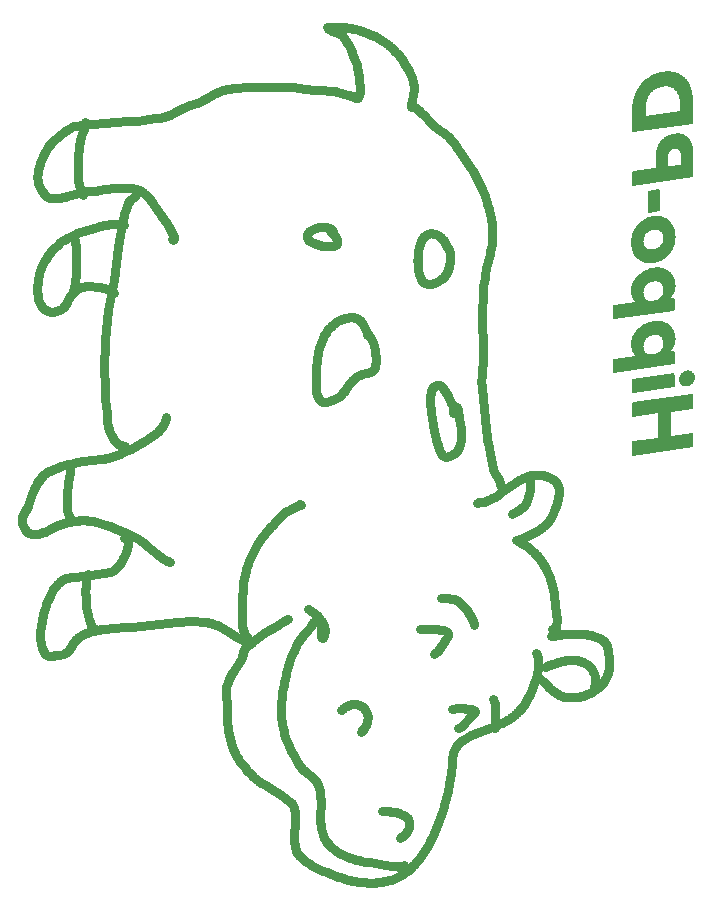
<source format=gbr>
G04 EAGLE Gerber RS-274X export*
G75*
%MOMM*%
%FSLAX34Y34*%
%LPD*%
%INSoldermask Bottom*%
%IPPOS*%
%AMOC8*
5,1,8,0,0,1.08239X$1,22.5*%
G01*
%ADD10C,0.800000*%

G36*
X1013981Y865538D02*
X1013981Y865538D01*
X1014051Y865563D01*
X1014122Y865580D01*
X1014144Y865596D01*
X1014169Y865605D01*
X1014223Y865654D01*
X1014282Y865698D01*
X1014296Y865721D01*
X1014315Y865739D01*
X1014346Y865806D01*
X1014384Y865869D01*
X1014388Y865898D01*
X1014398Y865919D01*
X1014399Y865963D01*
X1014411Y866033D01*
X1014411Y866413D01*
X1014389Y883737D01*
X1014389Y883739D01*
X1014389Y883741D01*
X1014382Y884494D01*
X1014381Y884501D01*
X1014382Y884511D01*
X1014350Y885263D01*
X1014349Y885265D01*
X1014350Y885266D01*
X1014312Y886019D01*
X1014311Y886025D01*
X1014311Y886032D01*
X1014196Y887534D01*
X1014194Y887541D01*
X1014195Y887551D01*
X1014029Y889048D01*
X1014027Y889053D01*
X1014027Y889060D01*
X1013926Y889806D01*
X1013924Y889812D01*
X1013924Y889818D01*
X1013686Y891306D01*
X1013683Y891313D01*
X1013683Y891323D01*
X1013393Y892801D01*
X1013390Y892808D01*
X1013390Y892817D01*
X1013220Y893551D01*
X1013218Y893556D01*
X1013217Y893562D01*
X1012844Y895022D01*
X1012839Y895031D01*
X1012838Y895043D01*
X1012618Y895764D01*
X1012614Y895771D01*
X1012612Y895782D01*
X1012119Y897205D01*
X1012114Y897213D01*
X1012111Y897226D01*
X1011833Y897926D01*
X1011827Y897935D01*
X1011824Y897948D01*
X1011201Y899319D01*
X1011195Y899328D01*
X1011191Y899341D01*
X1010846Y900011D01*
X1010841Y900017D01*
X1010838Y900026D01*
X1010471Y900684D01*
X1010465Y900690D01*
X1010461Y900699D01*
X1010071Y901343D01*
X1010066Y901348D01*
X1010062Y901356D01*
X1009651Y901987D01*
X1009644Y901995D01*
X1009638Y902006D01*
X1009199Y902618D01*
X1009193Y902623D01*
X1009189Y902630D01*
X1008731Y903228D01*
X1008724Y903234D01*
X1008718Y903243D01*
X1008237Y903822D01*
X1008230Y903827D01*
X1008225Y903836D01*
X1007722Y904397D01*
X1007711Y904405D01*
X1007702Y904418D01*
X1007166Y904948D01*
X1007159Y904953D01*
X1007153Y904961D01*
X1006598Y905471D01*
X1006590Y905475D01*
X1006582Y905484D01*
X1006007Y905970D01*
X1005997Y905976D01*
X1005987Y905987D01*
X1005387Y906442D01*
X1005378Y906446D01*
X1005370Y906453D01*
X1004753Y906884D01*
X1004743Y906888D01*
X1004733Y906897D01*
X1004096Y907298D01*
X1004087Y907301D01*
X1004078Y907309D01*
X1003425Y907683D01*
X1003415Y907686D01*
X1003406Y907694D01*
X1002737Y908039D01*
X1002729Y908042D01*
X1002721Y908047D01*
X1002040Y908369D01*
X1002031Y908372D01*
X1002020Y908378D01*
X1001325Y908670D01*
X1001317Y908671D01*
X1001309Y908676D01*
X1000604Y908943D01*
X1000597Y908944D01*
X1000588Y908948D01*
X999875Y909191D01*
X999865Y909192D01*
X999855Y909197D01*
X999132Y909409D01*
X999122Y909409D01*
X999110Y909414D01*
X998379Y909593D01*
X998370Y909593D01*
X998360Y909597D01*
X997622Y909748D01*
X997613Y909748D01*
X997603Y909751D01*
X996859Y909873D01*
X996852Y909873D01*
X996844Y909875D01*
X996097Y909974D01*
X996090Y909973D01*
X996082Y909975D01*
X995333Y910051D01*
X995326Y910050D01*
X995317Y910052D01*
X994566Y910104D01*
X994559Y910103D01*
X994550Y910105D01*
X993797Y910132D01*
X993788Y910131D01*
X993778Y910132D01*
X992272Y910131D01*
X992262Y910129D01*
X992249Y910130D01*
X990745Y910059D01*
X990735Y910057D01*
X990723Y910058D01*
X989223Y909923D01*
X989213Y909920D01*
X989201Y909920D01*
X987708Y909717D01*
X987699Y909714D01*
X987687Y909714D01*
X986205Y909448D01*
X986193Y909444D01*
X986179Y909443D01*
X984712Y909099D01*
X984702Y909095D01*
X984689Y909093D01*
X983241Y908679D01*
X983229Y908673D01*
X983214Y908671D01*
X981791Y908174D01*
X981780Y908168D01*
X981765Y908164D01*
X980373Y907588D01*
X980365Y907582D01*
X980353Y907579D01*
X979670Y907260D01*
X979664Y907256D01*
X979656Y907253D01*
X978984Y906912D01*
X978977Y906906D01*
X978966Y906902D01*
X977653Y906164D01*
X977645Y906156D01*
X977633Y906151D01*
X976994Y905751D01*
X976988Y905745D01*
X976979Y905741D01*
X975733Y904894D01*
X975725Y904886D01*
X975713Y904879D01*
X974512Y903970D01*
X974506Y903964D01*
X974497Y903959D01*
X973914Y903482D01*
X973908Y903474D01*
X973898Y903468D01*
X972773Y902466D01*
X972768Y902459D01*
X972759Y902453D01*
X972217Y901930D01*
X972211Y901923D01*
X972202Y901916D01*
X971161Y900827D01*
X971155Y900818D01*
X971144Y900809D01*
X970160Y899669D01*
X970154Y899658D01*
X970143Y899648D01*
X969220Y898459D01*
X969215Y898450D01*
X969207Y898441D01*
X968771Y897827D01*
X968769Y897823D01*
X968766Y897819D01*
X968341Y897197D01*
X968338Y897189D01*
X968330Y897180D01*
X967532Y895903D01*
X967529Y895893D01*
X967521Y895884D01*
X966781Y894572D01*
X966778Y894562D01*
X966770Y894551D01*
X966149Y893317D01*
X966146Y893305D01*
X966139Y893296D01*
X966120Y893210D01*
X966117Y893199D01*
X966033Y893075D01*
X965772Y892504D01*
X965770Y892496D01*
X965765Y892489D01*
X965183Y891100D01*
X965182Y891092D01*
X965177Y891084D01*
X964910Y890380D01*
X964908Y890372D01*
X964904Y890364D01*
X964416Y888939D01*
X964415Y888930D01*
X964410Y888919D01*
X963981Y887475D01*
X963981Y887467D01*
X963976Y887458D01*
X963602Y885999D01*
X963601Y885991D01*
X963598Y885983D01*
X963435Y885247D01*
X963435Y885243D01*
X963433Y885238D01*
X963283Y884500D01*
X963283Y884493D01*
X963281Y884486D01*
X963025Y883001D01*
X963025Y882992D01*
X963022Y882982D01*
X962826Y881488D01*
X962826Y881479D01*
X962823Y881467D01*
X962690Y879967D01*
X962691Y879958D01*
X962689Y879947D01*
X962615Y878442D01*
X962616Y878435D01*
X962614Y878426D01*
X962602Y877673D01*
X962602Y877670D01*
X962601Y877665D01*
X962594Y859588D01*
X962600Y859558D01*
X962599Y859516D01*
X962693Y858871D01*
X962696Y858864D01*
X962695Y858857D01*
X962729Y858771D01*
X962760Y858684D01*
X962765Y858679D01*
X962768Y858672D01*
X962833Y858605D01*
X962895Y858538D01*
X962902Y858535D01*
X962907Y858530D01*
X962992Y858494D01*
X963076Y858456D01*
X963084Y858456D01*
X963090Y858453D01*
X963256Y858448D01*
X1013981Y865538D01*
G37*
G36*
X963231Y584618D02*
X963231Y584618D01*
X963232Y584618D01*
X1013981Y591716D01*
X1014050Y591740D01*
X1014121Y591757D01*
X1014143Y591773D01*
X1014168Y591782D01*
X1014222Y591832D01*
X1014282Y591875D01*
X1014295Y591898D01*
X1014315Y591916D01*
X1014346Y591983D01*
X1014383Y592046D01*
X1014388Y592076D01*
X1014398Y592097D01*
X1014399Y592140D01*
X1014411Y592210D01*
X1014411Y602760D01*
X1014404Y602795D01*
X1014404Y602844D01*
X1014297Y603474D01*
X1014296Y603475D01*
X1014296Y603476D01*
X1014260Y603569D01*
X1014225Y603660D01*
X1014224Y603660D01*
X1014224Y603661D01*
X1014154Y603733D01*
X1014086Y603802D01*
X1014086Y603803D01*
X1014085Y603803D01*
X1013993Y603842D01*
X1013903Y603880D01*
X1013902Y603880D01*
X1013901Y603880D01*
X1013735Y603885D01*
X995486Y601329D01*
X995461Y601401D01*
X995461Y622034D01*
X995724Y622105D01*
X1013605Y624609D01*
X1013694Y624640D01*
X1013781Y624669D01*
X1013787Y624673D01*
X1013793Y624675D01*
X1013817Y624698D01*
X1013911Y624773D01*
X1014286Y625200D01*
X1014334Y625284D01*
X1014383Y625366D01*
X1014384Y625370D01*
X1014385Y625373D01*
X1014388Y625396D01*
X1014411Y625530D01*
X1014411Y636080D01*
X1014410Y636085D01*
X1014411Y636090D01*
X1014390Y636182D01*
X1014371Y636275D01*
X1014368Y636279D01*
X1014367Y636284D01*
X1014312Y636361D01*
X1014259Y636439D01*
X1014254Y636441D01*
X1014252Y636445D01*
X1014113Y636537D01*
X1013638Y636745D01*
X1013585Y636757D01*
X1013534Y636778D01*
X1013481Y636780D01*
X1013444Y636788D01*
X1013412Y636782D01*
X1013368Y636783D01*
X963365Y629794D01*
X963352Y629789D01*
X963339Y629789D01*
X963259Y629756D01*
X963178Y629727D01*
X963168Y629718D01*
X963155Y629713D01*
X963035Y629598D01*
X962693Y629142D01*
X962660Y629072D01*
X962621Y629007D01*
X962617Y628981D01*
X962608Y628962D01*
X962606Y628917D01*
X962594Y628843D01*
X962594Y618293D01*
X962599Y618265D01*
X962597Y618236D01*
X962619Y618168D01*
X962633Y618098D01*
X962649Y618074D01*
X962658Y618047D01*
X962705Y617993D01*
X962746Y617934D01*
X962770Y617919D01*
X962788Y617897D01*
X962878Y617850D01*
X962913Y617827D01*
X962924Y617825D01*
X962935Y617819D01*
X963444Y617650D01*
X963475Y617646D01*
X963504Y617634D01*
X963597Y617631D01*
X963641Y617626D01*
X963654Y617630D01*
X963671Y617629D01*
X984484Y620551D01*
X984559Y620536D01*
X984559Y599981D01*
X984458Y599805D01*
X963061Y596798D01*
X963003Y596778D01*
X962944Y596767D01*
X962910Y596745D01*
X962873Y596731D01*
X962828Y596691D01*
X962778Y596657D01*
X962756Y596624D01*
X962726Y596597D01*
X962701Y596542D01*
X962668Y596492D01*
X962658Y596447D01*
X962644Y596416D01*
X962643Y596380D01*
X962631Y596329D01*
X962594Y595608D01*
X962596Y595597D01*
X962594Y595582D01*
X962594Y585786D01*
X962598Y585764D01*
X962596Y585734D01*
X962666Y585061D01*
X962671Y585045D01*
X962671Y585027D01*
X962701Y584950D01*
X962726Y584872D01*
X962737Y584858D01*
X962743Y584842D01*
X962801Y584783D01*
X962855Y584720D01*
X962870Y584712D01*
X962882Y584700D01*
X962958Y584668D01*
X963032Y584631D01*
X963050Y584630D01*
X963066Y584623D01*
X963225Y584619D01*
X963231Y584618D01*
X963231Y584618D01*
G37*
G36*
X998047Y662274D02*
X998047Y662274D01*
X998115Y662298D01*
X998187Y662315D01*
X998208Y662331D01*
X998234Y662340D01*
X998288Y662389D01*
X998347Y662433D01*
X998360Y662456D01*
X998380Y662474D01*
X998411Y662541D01*
X998448Y662604D01*
X998453Y662634D01*
X998463Y662655D01*
X998464Y662699D01*
X998476Y662768D01*
X998476Y672223D01*
X998460Y672300D01*
X998451Y672378D01*
X998440Y672399D01*
X998436Y672418D01*
X998411Y672455D01*
X998374Y672525D01*
X998069Y672927D01*
X998008Y672981D01*
X997952Y673038D01*
X997934Y673046D01*
X997919Y673059D01*
X997843Y673084D01*
X997769Y673115D01*
X997747Y673116D01*
X997731Y673121D01*
X997686Y673118D01*
X997602Y673120D01*
X994729Y672720D01*
X994878Y672868D01*
X994885Y672880D01*
X994899Y672891D01*
X995396Y673456D01*
X995402Y673465D01*
X995412Y673474D01*
X995882Y674062D01*
X995886Y674072D01*
X995896Y674081D01*
X996338Y674689D01*
X996342Y674699D01*
X996351Y674708D01*
X996766Y675336D01*
X996769Y675344D01*
X996775Y675351D01*
X997167Y675994D01*
X997171Y676005D01*
X997179Y676015D01*
X997540Y676676D01*
X997542Y676684D01*
X997549Y676693D01*
X997884Y677367D01*
X997887Y677378D01*
X997894Y677389D01*
X998196Y678079D01*
X998198Y678089D01*
X998204Y678099D01*
X998475Y678801D01*
X998477Y678812D01*
X998483Y678824D01*
X998721Y679538D01*
X998722Y679548D01*
X998728Y679559D01*
X998933Y680284D01*
X998934Y680297D01*
X998940Y680313D01*
X999102Y681048D01*
X999102Y681062D01*
X999108Y681078D01*
X999224Y681822D01*
X999223Y681834D01*
X999227Y681848D01*
X999304Y682597D01*
X999303Y682612D01*
X999306Y682632D01*
X999331Y683384D01*
X999329Y683393D01*
X999331Y683403D01*
X999327Y684156D01*
X999325Y684165D01*
X999326Y684175D01*
X999293Y684927D01*
X999291Y684936D01*
X999292Y684946D01*
X999230Y685697D01*
X999228Y685705D01*
X999228Y685715D01*
X999139Y686463D01*
X999136Y686473D01*
X999136Y686486D01*
X999012Y687228D01*
X999008Y687237D01*
X999008Y687249D01*
X998852Y687985D01*
X998848Y687996D01*
X998847Y688009D01*
X998656Y688737D01*
X998651Y688748D01*
X998649Y688761D01*
X998422Y689479D01*
X998416Y689489D01*
X998413Y689502D01*
X998151Y690208D01*
X998144Y690220D01*
X998139Y690236D01*
X997834Y690925D01*
X997827Y690934D01*
X997823Y690948D01*
X997483Y691619D01*
X997476Y691628D01*
X997471Y691641D01*
X997098Y692295D01*
X997090Y692304D01*
X997084Y692319D01*
X996675Y692951D01*
X996665Y692961D01*
X996658Y692976D01*
X996211Y693582D01*
X996201Y693591D01*
X996193Y693605D01*
X995713Y694184D01*
X995702Y694192D01*
X995693Y694205D01*
X995180Y694756D01*
X995169Y694764D01*
X995159Y694777D01*
X994613Y695296D01*
X994602Y695303D01*
X994591Y695316D01*
X994015Y695801D01*
X994003Y695807D01*
X993992Y695819D01*
X993388Y696269D01*
X993376Y696274D01*
X993365Y696285D01*
X992737Y696700D01*
X992724Y696705D01*
X992711Y696716D01*
X992059Y697092D01*
X992047Y697096D01*
X992034Y697105D01*
X991362Y697444D01*
X991350Y697447D01*
X991337Y697456D01*
X990646Y697757D01*
X990636Y697759D01*
X990625Y697766D01*
X989921Y698033D01*
X989908Y698036D01*
X989894Y698043D01*
X989176Y698270D01*
X989166Y698271D01*
X989154Y698276D01*
X988426Y698470D01*
X988417Y698470D01*
X988405Y698475D01*
X987670Y698637D01*
X987659Y698637D01*
X987647Y698641D01*
X986905Y698768D01*
X986894Y698767D01*
X986883Y698771D01*
X986136Y698864D01*
X986126Y698864D01*
X986115Y698867D01*
X985364Y698928D01*
X985356Y698927D01*
X985347Y698929D01*
X984594Y698964D01*
X984584Y698963D01*
X984572Y698965D01*
X983819Y698965D01*
X983811Y698964D01*
X983802Y698965D01*
X983049Y698940D01*
X983042Y698938D01*
X983034Y698939D01*
X982282Y698891D01*
X982275Y698889D01*
X982265Y698889D01*
X981516Y698814D01*
X981509Y698812D01*
X981500Y698813D01*
X980754Y698714D01*
X980750Y698713D01*
X980744Y698713D01*
X979999Y698599D01*
X979993Y698597D01*
X979984Y698597D01*
X979244Y698460D01*
X979237Y698457D01*
X979229Y698457D01*
X978493Y698298D01*
X978486Y698295D01*
X978477Y698294D01*
X977747Y698111D01*
X977737Y698106D01*
X977724Y698105D01*
X976283Y697670D01*
X976270Y697663D01*
X976253Y697660D01*
X974842Y697135D01*
X974833Y697129D01*
X974819Y697126D01*
X974127Y696829D01*
X974121Y696825D01*
X974113Y696823D01*
X973430Y696506D01*
X973425Y696502D01*
X973417Y696499D01*
X972744Y696161D01*
X972738Y696157D01*
X972730Y696154D01*
X972068Y695796D01*
X972063Y695792D01*
X972056Y695789D01*
X971404Y695411D01*
X971399Y695407D01*
X971391Y695404D01*
X970752Y695006D01*
X970745Y695000D01*
X970736Y694996D01*
X970112Y694576D01*
X970104Y694568D01*
X970092Y694562D01*
X968885Y693660D01*
X968878Y693652D01*
X968867Y693646D01*
X968286Y693167D01*
X968280Y693160D01*
X968272Y693155D01*
X967709Y692655D01*
X967704Y692649D01*
X967696Y692643D01*
X967151Y692124D01*
X967146Y692118D01*
X967139Y692113D01*
X966611Y691577D01*
X966605Y691568D01*
X966594Y691559D01*
X966092Y690998D01*
X966088Y690991D01*
X966081Y690985D01*
X965599Y690408D01*
X965594Y690400D01*
X965586Y690392D01*
X965127Y689796D01*
X965122Y689786D01*
X965114Y689777D01*
X964682Y689161D01*
X964678Y689153D01*
X964671Y689145D01*
X964263Y688512D01*
X964260Y688505D01*
X964254Y688497D01*
X963869Y687850D01*
X963865Y687840D01*
X963857Y687829D01*
X963503Y687165D01*
X963501Y687158D01*
X963495Y687150D01*
X963164Y686474D01*
X963161Y686462D01*
X963153Y686449D01*
X962859Y685756D01*
X962857Y685746D01*
X962851Y685734D01*
X962589Y685029D01*
X962587Y685017D01*
X962581Y685003D01*
X962357Y684284D01*
X962356Y684273D01*
X962350Y684261D01*
X962162Y683532D01*
X962162Y683521D01*
X962157Y683508D01*
X962005Y682771D01*
X962004Y682760D01*
X962000Y682747D01*
X961884Y682003D01*
X961885Y681993D01*
X961881Y681981D01*
X961799Y681232D01*
X961800Y681221D01*
X961797Y681207D01*
X961753Y680455D01*
X961755Y680447D01*
X961753Y680438D01*
X961735Y679685D01*
X961737Y679676D01*
X961735Y679665D01*
X961749Y678912D01*
X961750Y678904D01*
X961749Y678893D01*
X961791Y678141D01*
X961793Y678132D01*
X961793Y678121D01*
X961865Y677371D01*
X961868Y677364D01*
X961867Y677354D01*
X961966Y676608D01*
X961969Y676598D01*
X961970Y676586D01*
X962102Y675845D01*
X962106Y675834D01*
X962107Y675821D01*
X962274Y675087D01*
X962278Y675078D01*
X962279Y675066D01*
X962478Y674340D01*
X962483Y674330D01*
X962485Y674317D01*
X962720Y673601D01*
X962726Y673591D01*
X962729Y673577D01*
X963001Y672875D01*
X963006Y672866D01*
X963008Y672860D01*
X963013Y672853D01*
X963017Y672837D01*
X963346Y672160D01*
X963359Y672143D01*
X963369Y672118D01*
X963760Y671476D01*
X963774Y671461D01*
X963786Y671437D01*
X964235Y670834D01*
X964251Y670819D01*
X964266Y670796D01*
X964771Y670239D01*
X964789Y670226D01*
X964806Y670204D01*
X964807Y670203D01*
X965367Y669700D01*
X965385Y669689D01*
X965403Y669670D01*
X965643Y669492D01*
X947373Y666880D01*
X947364Y666877D01*
X947353Y666877D01*
X946638Y666744D01*
X946580Y666721D01*
X946519Y666706D01*
X946488Y666684D01*
X946453Y666670D01*
X946409Y666626D01*
X946359Y666589D01*
X946339Y666556D01*
X946313Y666529D01*
X946289Y666471D01*
X946257Y666418D01*
X946250Y666375D01*
X946238Y666345D01*
X946239Y666307D01*
X946229Y666253D01*
X946229Y655712D01*
X946241Y655657D01*
X946242Y655600D01*
X946260Y655560D01*
X946269Y655517D01*
X946301Y655471D01*
X946325Y655419D01*
X946357Y655390D01*
X946382Y655353D01*
X946429Y655323D01*
X946471Y655285D01*
X946519Y655266D01*
X946549Y655246D01*
X946582Y655241D01*
X946626Y655224D01*
X947178Y655107D01*
X947182Y655107D01*
X947185Y655106D01*
X947351Y655101D01*
X998047Y662274D01*
G37*
G36*
X998047Y707493D02*
X998047Y707493D01*
X998115Y707518D01*
X998187Y707535D01*
X998208Y707551D01*
X998234Y707560D01*
X998288Y707609D01*
X998347Y707653D01*
X998360Y707676D01*
X998380Y707694D01*
X998411Y707761D01*
X998448Y707824D01*
X998453Y707854D01*
X998463Y707875D01*
X998464Y707919D01*
X998476Y707988D01*
X998476Y717443D01*
X998460Y717520D01*
X998451Y717598D01*
X998440Y717619D01*
X998436Y717638D01*
X998411Y717675D01*
X998374Y717745D01*
X998069Y718147D01*
X998008Y718200D01*
X997952Y718258D01*
X997934Y718266D01*
X997919Y718278D01*
X997843Y718304D01*
X997769Y718335D01*
X997747Y718336D01*
X997731Y718341D01*
X997686Y718337D01*
X997602Y718340D01*
X994729Y717939D01*
X994878Y718088D01*
X994885Y718100D01*
X994899Y718111D01*
X995396Y718676D01*
X995402Y718685D01*
X995412Y718694D01*
X995882Y719282D01*
X995886Y719291D01*
X995896Y719300D01*
X996338Y719909D01*
X996342Y719918D01*
X996351Y719928D01*
X996766Y720556D01*
X996769Y720564D01*
X996775Y720571D01*
X997167Y721214D01*
X997171Y721224D01*
X997179Y721235D01*
X997540Y721896D01*
X997542Y721904D01*
X997549Y721912D01*
X997884Y722587D01*
X997887Y722598D01*
X997894Y722609D01*
X998196Y723299D01*
X998198Y723308D01*
X998204Y723319D01*
X998475Y724021D01*
X998477Y724032D01*
X998483Y724044D01*
X998721Y724758D01*
X998722Y724768D01*
X998727Y724779D01*
X998933Y725503D01*
X998934Y725517D01*
X998940Y725532D01*
X999102Y726268D01*
X999102Y726281D01*
X999108Y726298D01*
X999224Y727042D01*
X999223Y727054D01*
X999227Y727068D01*
X999304Y727817D01*
X999303Y727832D01*
X999306Y727851D01*
X999331Y728604D01*
X999329Y728613D01*
X999331Y728623D01*
X999327Y729376D01*
X999325Y729384D01*
X999326Y729395D01*
X999293Y730147D01*
X999291Y730156D01*
X999292Y730166D01*
X999230Y730916D01*
X999228Y730924D01*
X999228Y730935D01*
X999139Y731682D01*
X999136Y731692D01*
X999136Y731705D01*
X999012Y732448D01*
X999008Y732457D01*
X999008Y732469D01*
X998852Y733205D01*
X998848Y733215D01*
X998847Y733229D01*
X998656Y733957D01*
X998651Y733967D01*
X998649Y733981D01*
X998422Y734699D01*
X998416Y734708D01*
X998413Y734722D01*
X998151Y735428D01*
X998144Y735439D01*
X998139Y735456D01*
X997834Y736144D01*
X997827Y736154D01*
X997823Y736168D01*
X997483Y736839D01*
X997476Y736848D01*
X997471Y736861D01*
X997098Y737515D01*
X997090Y737524D01*
X997084Y737538D01*
X996675Y738171D01*
X996665Y738181D01*
X996658Y738196D01*
X996211Y738802D01*
X996201Y738810D01*
X996193Y738824D01*
X995713Y739404D01*
X995702Y739412D01*
X995693Y739425D01*
X995180Y739976D01*
X995169Y739984D01*
X995159Y739997D01*
X994613Y740516D01*
X994602Y740523D01*
X994591Y740535D01*
X994015Y741020D01*
X994003Y741027D01*
X993992Y741039D01*
X993388Y741489D01*
X993376Y741494D01*
X993365Y741505D01*
X992737Y741920D01*
X992724Y741925D01*
X992711Y741936D01*
X992059Y742312D01*
X992047Y742316D01*
X992034Y742325D01*
X991362Y742664D01*
X991350Y742667D01*
X991337Y742676D01*
X990646Y742976D01*
X990636Y742979D01*
X990625Y742985D01*
X989921Y743253D01*
X989908Y743255D01*
X989894Y743263D01*
X989176Y743490D01*
X989166Y743491D01*
X989154Y743496D01*
X988426Y743689D01*
X988416Y743690D01*
X988405Y743694D01*
X987670Y743856D01*
X987659Y743856D01*
X987647Y743861D01*
X986905Y743987D01*
X986894Y743987D01*
X986883Y743991D01*
X986136Y744084D01*
X986126Y744083D01*
X986115Y744086D01*
X985364Y744148D01*
X985356Y744147D01*
X985347Y744149D01*
X984594Y744184D01*
X984584Y744182D01*
X984572Y744184D01*
X983819Y744185D01*
X983811Y744184D01*
X983802Y744185D01*
X983049Y744160D01*
X983042Y744158D01*
X983034Y744159D01*
X982282Y744110D01*
X982275Y744108D01*
X982265Y744109D01*
X981516Y744034D01*
X981509Y744032D01*
X981500Y744032D01*
X980754Y743934D01*
X980750Y743933D01*
X980744Y743933D01*
X979999Y743819D01*
X979993Y743816D01*
X979984Y743816D01*
X979244Y743680D01*
X979237Y743677D01*
X979229Y743677D01*
X978493Y743517D01*
X978486Y743514D01*
X978477Y743514D01*
X977747Y743331D01*
X977737Y743326D01*
X977724Y743325D01*
X976283Y742889D01*
X976270Y742883D01*
X976253Y742879D01*
X974842Y742354D01*
X974833Y742349D01*
X974819Y742346D01*
X974127Y742049D01*
X974121Y742045D01*
X974113Y742043D01*
X973430Y741726D01*
X973425Y741722D01*
X973417Y741719D01*
X972744Y741381D01*
X972738Y741377D01*
X972730Y741374D01*
X972068Y741016D01*
X972063Y741012D01*
X972056Y741009D01*
X971404Y740631D01*
X971399Y740626D01*
X971391Y740623D01*
X970751Y740226D01*
X970745Y740220D01*
X970736Y740216D01*
X970112Y739796D01*
X970104Y739788D01*
X970092Y739781D01*
X968885Y738880D01*
X968878Y738872D01*
X968867Y738865D01*
X968286Y738387D01*
X968280Y738380D01*
X968272Y738375D01*
X967709Y737875D01*
X967704Y737869D01*
X967696Y737863D01*
X967151Y737344D01*
X967146Y737338D01*
X967139Y737333D01*
X966611Y736797D01*
X966605Y736788D01*
X966594Y736779D01*
X966092Y736218D01*
X966088Y736211D01*
X966081Y736205D01*
X965599Y735627D01*
X965594Y735619D01*
X965586Y735612D01*
X965127Y735015D01*
X965122Y735006D01*
X965114Y734997D01*
X964682Y734380D01*
X964678Y734372D01*
X964671Y734365D01*
X964263Y733732D01*
X964260Y733724D01*
X964254Y733717D01*
X963869Y733070D01*
X963865Y733059D01*
X963857Y733049D01*
X963503Y732385D01*
X963501Y732377D01*
X963495Y732370D01*
X963164Y731694D01*
X963161Y731682D01*
X963152Y731669D01*
X962859Y730975D01*
X962857Y730965D01*
X962851Y730954D01*
X962589Y730248D01*
X962587Y730236D01*
X962581Y730223D01*
X962357Y729504D01*
X962356Y729493D01*
X962350Y729480D01*
X962162Y728752D01*
X962162Y728741D01*
X962157Y728728D01*
X962005Y727991D01*
X962004Y727979D01*
X962000Y727966D01*
X961884Y727223D01*
X961885Y727213D01*
X961881Y727201D01*
X961799Y726452D01*
X961800Y726440D01*
X961797Y726426D01*
X961753Y725675D01*
X961755Y725667D01*
X961753Y725658D01*
X961735Y724905D01*
X961737Y724896D01*
X961735Y724884D01*
X961749Y724132D01*
X961750Y724123D01*
X961749Y724113D01*
X961791Y723361D01*
X961793Y723352D01*
X961793Y723341D01*
X961865Y722591D01*
X961868Y722584D01*
X961867Y722574D01*
X961966Y721828D01*
X961969Y721818D01*
X961970Y721805D01*
X962102Y721064D01*
X962106Y721054D01*
X962107Y721041D01*
X962274Y720307D01*
X962278Y720298D01*
X962279Y720286D01*
X962478Y719560D01*
X962483Y719550D01*
X962485Y719537D01*
X962720Y718821D01*
X962726Y718811D01*
X962729Y718796D01*
X963001Y718094D01*
X963006Y718086D01*
X963008Y718079D01*
X963013Y718073D01*
X963017Y718057D01*
X963346Y717380D01*
X963359Y717363D01*
X963369Y717338D01*
X963760Y716695D01*
X963774Y716680D01*
X963786Y716657D01*
X964235Y716053D01*
X964251Y716039D01*
X964266Y716016D01*
X964771Y715459D01*
X964789Y715445D01*
X964806Y715424D01*
X964807Y715423D01*
X965367Y714919D01*
X965385Y714909D01*
X965403Y714889D01*
X965643Y714712D01*
X947373Y712100D01*
X947364Y712097D01*
X947353Y712097D01*
X946638Y711964D01*
X946580Y711941D01*
X946519Y711926D01*
X946488Y711904D01*
X946453Y711890D01*
X946409Y711845D01*
X946359Y711808D01*
X946339Y711776D01*
X946313Y711749D01*
X946289Y711691D01*
X946257Y711637D01*
X946250Y711595D01*
X946238Y711565D01*
X946239Y711527D01*
X946229Y711473D01*
X946229Y700932D01*
X946241Y700877D01*
X946242Y700820D01*
X946260Y700780D01*
X946269Y700737D01*
X946301Y700691D01*
X946325Y700639D01*
X946357Y700609D01*
X946382Y700573D01*
X946429Y700543D01*
X946471Y700504D01*
X946519Y700486D01*
X946549Y700466D01*
X946582Y700461D01*
X946626Y700444D01*
X947178Y700327D01*
X947182Y700327D01*
X947185Y700326D01*
X947351Y700321D01*
X998047Y707493D01*
G37*
G36*
X963185Y813220D02*
X963185Y813220D01*
X963200Y813220D01*
X1013982Y820322D01*
X1014052Y820347D01*
X1014124Y820364D01*
X1014145Y820379D01*
X1014170Y820388D01*
X1014224Y820438D01*
X1014284Y820482D01*
X1014297Y820505D01*
X1014316Y820522D01*
X1014347Y820590D01*
X1014385Y820653D01*
X1014390Y820682D01*
X1014399Y820703D01*
X1014400Y820747D01*
X1014412Y820818D01*
X1014412Y820942D01*
X1014401Y840548D01*
X1014399Y840557D01*
X1014400Y840568D01*
X1014340Y842074D01*
X1014338Y842082D01*
X1014339Y842092D01*
X1014224Y843596D01*
X1014222Y843604D01*
X1014223Y843614D01*
X1014139Y844363D01*
X1014136Y844371D01*
X1014137Y844380D01*
X1013917Y845872D01*
X1013914Y845879D01*
X1013914Y845887D01*
X1013781Y846630D01*
X1013779Y846634D01*
X1013779Y846640D01*
X1013630Y847379D01*
X1013626Y847388D01*
X1013626Y847398D01*
X1013448Y848131D01*
X1013444Y848140D01*
X1013442Y848153D01*
X1013232Y848877D01*
X1013228Y848885D01*
X1013226Y848896D01*
X1012986Y849611D01*
X1012980Y849622D01*
X1012977Y849636D01*
X1012699Y850337D01*
X1012693Y850346D01*
X1012689Y850360D01*
X1012377Y851046D01*
X1012369Y851057D01*
X1012364Y851073D01*
X1012011Y851739D01*
X1012003Y851749D01*
X1011998Y851764D01*
X1011608Y852409D01*
X1011600Y852419D01*
X1011593Y852433D01*
X1011169Y853056D01*
X1011157Y853067D01*
X1011147Y853085D01*
X1010678Y853675D01*
X1010666Y853685D01*
X1010656Y853702D01*
X1010147Y854258D01*
X1010132Y854268D01*
X1010119Y854286D01*
X1009567Y854800D01*
X1009552Y854810D01*
X1009536Y854827D01*
X1008944Y855294D01*
X1008931Y855301D01*
X1008918Y855314D01*
X1008296Y855741D01*
X1008282Y855747D01*
X1008266Y855760D01*
X1007616Y856141D01*
X1007601Y856146D01*
X1007586Y856157D01*
X1006911Y856493D01*
X1006898Y856497D01*
X1006884Y856506D01*
X1006190Y856801D01*
X1006173Y856804D01*
X1006154Y856814D01*
X1005440Y857055D01*
X1005425Y857057D01*
X1005407Y857065D01*
X1004678Y857257D01*
X1004662Y857257D01*
X1004643Y857264D01*
X1003902Y857403D01*
X1003889Y857402D01*
X1003874Y857407D01*
X1003126Y857503D01*
X1003114Y857502D01*
X1003098Y857506D01*
X1002346Y857559D01*
X1002336Y857558D01*
X1002324Y857560D01*
X1001570Y857580D01*
X1001559Y857579D01*
X1001546Y857581D01*
X1000792Y857564D01*
X1000784Y857563D01*
X1000773Y857564D01*
X1000020Y857518D01*
X1000013Y857517D01*
X1000004Y857517D01*
X999254Y857448D01*
X999246Y857446D01*
X999236Y857446D01*
X998488Y857350D01*
X998483Y857348D01*
X998476Y857348D01*
X997731Y857234D01*
X997724Y857232D01*
X997716Y857232D01*
X996974Y857094D01*
X996967Y857092D01*
X996958Y857091D01*
X996222Y856930D01*
X996216Y856927D01*
X996209Y856927D01*
X995477Y856745D01*
X995469Y856742D01*
X995460Y856741D01*
X994735Y856535D01*
X994726Y856530D01*
X994713Y856528D01*
X993998Y856288D01*
X993992Y856285D01*
X993983Y856283D01*
X993276Y856022D01*
X993266Y856016D01*
X993253Y856013D01*
X992559Y855716D01*
X992551Y855711D01*
X992539Y855707D01*
X991860Y855380D01*
X991852Y855374D01*
X991840Y855370D01*
X991176Y855014D01*
X991166Y855006D01*
X991152Y855000D01*
X990508Y854606D01*
X990501Y854600D01*
X990490Y854595D01*
X989865Y854174D01*
X989857Y854167D01*
X989846Y854161D01*
X989240Y853712D01*
X989233Y853704D01*
X989221Y853697D01*
X988638Y853220D01*
X988631Y853212D01*
X988619Y853204D01*
X988059Y852700D01*
X988053Y852691D01*
X988041Y852682D01*
X987507Y852150D01*
X987501Y852141D01*
X987491Y852133D01*
X986983Y851577D01*
X986976Y851565D01*
X986963Y851554D01*
X986489Y850968D01*
X986484Y850958D01*
X986475Y850950D01*
X986028Y850342D01*
X986023Y850330D01*
X986012Y850318D01*
X985601Y849686D01*
X985598Y849677D01*
X985590Y849667D01*
X985207Y849018D01*
X985204Y849008D01*
X985195Y848997D01*
X984844Y848330D01*
X984842Y848322D01*
X984836Y848314D01*
X984509Y847635D01*
X984506Y847624D01*
X984499Y847614D01*
X984204Y846920D01*
X984202Y846910D01*
X984196Y846900D01*
X983930Y846195D01*
X983929Y846186D01*
X983924Y846177D01*
X983685Y845462D01*
X983684Y845453D01*
X983679Y845443D01*
X983468Y844719D01*
X983467Y844711D01*
X983464Y844703D01*
X983278Y843972D01*
X983277Y843964D01*
X983274Y843955D01*
X983113Y843219D01*
X983113Y843210D01*
X983110Y843200D01*
X982845Y841716D01*
X982845Y841706D01*
X982841Y841694D01*
X982642Y840199D01*
X982642Y840192D01*
X982640Y840184D01*
X982563Y839434D01*
X982563Y839428D01*
X982562Y839421D01*
X982514Y838794D01*
X982515Y838782D01*
X982512Y838770D01*
X982527Y838684D01*
X982528Y838674D01*
X982497Y838532D01*
X982426Y837151D01*
X982427Y837144D01*
X982425Y837137D01*
X982408Y836383D01*
X982409Y836378D01*
X982408Y836372D01*
X982403Y828224D01*
X982295Y828058D01*
X963100Y825413D01*
X963055Y825397D01*
X963008Y825391D01*
X962962Y825365D01*
X962912Y825347D01*
X962877Y825315D01*
X962836Y825291D01*
X962804Y825249D01*
X962765Y825213D01*
X962745Y825170D01*
X962717Y825132D01*
X962700Y825070D01*
X962682Y825033D01*
X962681Y825006D01*
X962672Y824972D01*
X962598Y824282D01*
X962600Y824259D01*
X962595Y824229D01*
X962595Y814426D01*
X962597Y814415D01*
X962596Y814401D01*
X962632Y813689D01*
X962640Y813659D01*
X962639Y813629D01*
X962664Y813564D01*
X962682Y813496D01*
X962700Y813472D01*
X962711Y813444D01*
X962760Y813394D01*
X962802Y813338D01*
X962829Y813323D01*
X962850Y813301D01*
X962915Y813274D01*
X962975Y813240D01*
X963005Y813236D01*
X963034Y813225D01*
X963130Y813222D01*
X963173Y813217D01*
X963185Y813220D01*
G37*
G36*
X978297Y747771D02*
X978297Y747771D01*
X978306Y747773D01*
X978317Y747772D01*
X979068Y747812D01*
X979075Y747813D01*
X979084Y747813D01*
X979833Y747877D01*
X979841Y747879D01*
X979851Y747879D01*
X980597Y747970D01*
X980602Y747971D01*
X980608Y747971D01*
X980926Y748017D01*
X980931Y748019D01*
X980938Y748019D01*
X981679Y748146D01*
X981685Y748148D01*
X981694Y748148D01*
X982430Y748297D01*
X982437Y748300D01*
X982446Y748301D01*
X983178Y748474D01*
X983186Y748478D01*
X983198Y748479D01*
X983922Y748683D01*
X983928Y748686D01*
X983936Y748687D01*
X984653Y748913D01*
X984661Y748917D01*
X984673Y748920D01*
X985380Y749176D01*
X985386Y749180D01*
X985395Y749182D01*
X986093Y749461D01*
X986101Y749466D01*
X986112Y749469D01*
X986797Y749777D01*
X986805Y749782D01*
X986815Y749786D01*
X987488Y750120D01*
X987495Y750125D01*
X987505Y750129D01*
X988165Y750489D01*
X988171Y750494D01*
X988182Y750498D01*
X988827Y750884D01*
X988832Y750889D01*
X988841Y750892D01*
X989473Y751299D01*
X989479Y751305D01*
X989488Y751309D01*
X990105Y751738D01*
X990110Y751743D01*
X990117Y751747D01*
X990721Y752195D01*
X990727Y752202D01*
X990736Y752207D01*
X991322Y752678D01*
X991327Y752684D01*
X991335Y752689D01*
X991904Y753179D01*
X991909Y753186D01*
X991917Y753191D01*
X992469Y753701D01*
X992474Y753708D01*
X992482Y753714D01*
X993015Y754245D01*
X993019Y754253D01*
X993028Y754259D01*
X993539Y754810D01*
X993543Y754816D01*
X993549Y754821D01*
X994044Y755387D01*
X994048Y755394D01*
X994055Y755401D01*
X994529Y755984D01*
X994533Y755992D01*
X994540Y755999D01*
X994992Y756599D01*
X994996Y756606D01*
X995003Y756613D01*
X995433Y757229D01*
X995437Y757237D01*
X995444Y757244D01*
X995852Y757875D01*
X995855Y757883D01*
X995861Y757890D01*
X996247Y758535D01*
X996249Y758542D01*
X996255Y758549D01*
X996619Y759207D01*
X996622Y759216D01*
X996629Y759225D01*
X996966Y759897D01*
X996968Y759907D01*
X996976Y759918D01*
X997586Y761291D01*
X997589Y761302D01*
X997596Y761314D01*
X997866Y762015D01*
X997868Y762026D01*
X997875Y762038D01*
X998345Y763466D01*
X998346Y763476D01*
X998351Y763487D01*
X998554Y764211D01*
X998555Y764223D01*
X998561Y764236D01*
X998893Y765701D01*
X998893Y765716D01*
X998899Y765733D01*
X999136Y767217D01*
X999135Y767231D01*
X999140Y767247D01*
X999285Y768744D01*
X999284Y768758D01*
X999287Y768777D01*
X999333Y770279D01*
X999332Y770289D01*
X999334Y770301D01*
X999323Y771053D01*
X999322Y771058D01*
X999323Y771064D01*
X999294Y771816D01*
X999292Y771825D01*
X999293Y771837D01*
X999232Y772586D01*
X999230Y772592D01*
X999231Y772601D01*
X999148Y773348D01*
X999145Y773356D01*
X999145Y773366D01*
X999035Y774110D01*
X999032Y774116D01*
X999032Y774125D01*
X998898Y774864D01*
X998895Y774873D01*
X998894Y774885D01*
X998729Y775618D01*
X998725Y775626D01*
X998724Y775636D01*
X998532Y776363D01*
X998528Y776371D01*
X998527Y776382D01*
X998305Y777100D01*
X998301Y777108D01*
X998299Y777119D01*
X998050Y777828D01*
X998045Y777836D01*
X998042Y777848D01*
X997763Y778545D01*
X997758Y778554D01*
X997755Y778566D01*
X997445Y779250D01*
X997438Y779259D01*
X997435Y779271D01*
X997093Y779941D01*
X997087Y779949D01*
X997083Y779960D01*
X996712Y780614D01*
X996705Y780622D01*
X996700Y780635D01*
X996298Y781270D01*
X996290Y781278D01*
X996284Y781292D01*
X995850Y781905D01*
X995842Y781913D01*
X995835Y781925D01*
X995371Y782516D01*
X995362Y782524D01*
X995354Y782537D01*
X994858Y783102D01*
X994849Y783109D01*
X994841Y783121D01*
X994317Y783660D01*
X994307Y783667D01*
X994297Y783679D01*
X993745Y784188D01*
X993735Y784194D01*
X993726Y784205D01*
X993148Y784685D01*
X993137Y784691D01*
X993126Y784702D01*
X992522Y785150D01*
X992512Y785155D01*
X992501Y785165D01*
X991875Y785580D01*
X991863Y785585D01*
X991851Y785595D01*
X991202Y785975D01*
X991190Y785978D01*
X991178Y785987D01*
X990510Y786331D01*
X990500Y786334D01*
X990490Y786341D01*
X989806Y786654D01*
X989795Y786657D01*
X989783Y786664D01*
X989085Y786942D01*
X989073Y786944D01*
X989060Y786951D01*
X988348Y787192D01*
X988339Y787193D01*
X988328Y787198D01*
X987607Y787409D01*
X987594Y787410D01*
X987578Y787417D01*
X986845Y787583D01*
X986835Y787584D01*
X986824Y787588D01*
X986085Y787723D01*
X986074Y787723D01*
X986060Y787727D01*
X985315Y787824D01*
X985304Y787823D01*
X985292Y787826D01*
X984543Y787890D01*
X984533Y787889D01*
X984521Y787891D01*
X983770Y787921D01*
X983762Y787919D01*
X983752Y787921D01*
X983001Y787924D01*
X982991Y787922D01*
X982979Y787923D01*
X982228Y787893D01*
X982220Y787891D01*
X982210Y787892D01*
X981460Y787835D01*
X981453Y787833D01*
X981443Y787833D01*
X980696Y787750D01*
X980689Y787747D01*
X980680Y787748D01*
X979936Y787640D01*
X979928Y787638D01*
X979918Y787637D01*
X979178Y787502D01*
X979172Y787500D01*
X979163Y787499D01*
X978429Y787341D01*
X978421Y787338D01*
X978411Y787337D01*
X977683Y787153D01*
X977675Y787149D01*
X977664Y787148D01*
X976943Y786935D01*
X976936Y786932D01*
X976927Y786930D01*
X976214Y786694D01*
X976207Y786690D01*
X976197Y786688D01*
X975492Y786426D01*
X975483Y786420D01*
X975471Y786417D01*
X974780Y786123D01*
X974773Y786118D01*
X974764Y786116D01*
X974083Y785799D01*
X974074Y785792D01*
X974062Y785788D01*
X973396Y785439D01*
X973391Y785434D01*
X973383Y785432D01*
X972728Y785062D01*
X972721Y785056D01*
X972710Y785051D01*
X972072Y784655D01*
X972067Y784650D01*
X972059Y784646D01*
X971433Y784231D01*
X971428Y784225D01*
X971419Y784221D01*
X970808Y783784D01*
X970802Y783778D01*
X970794Y783773D01*
X970198Y783315D01*
X970193Y783310D01*
X970186Y783305D01*
X969605Y782828D01*
X969600Y782822D01*
X969591Y782816D01*
X969028Y782318D01*
X969023Y782312D01*
X969016Y782307D01*
X968470Y781791D01*
X968465Y781785D01*
X968458Y781779D01*
X967929Y781245D01*
X967922Y781235D01*
X967910Y781225D01*
X966914Y780100D01*
X966908Y780089D01*
X966897Y780079D01*
X966429Y779490D01*
X966426Y779484D01*
X966420Y779479D01*
X965971Y778876D01*
X965967Y778868D01*
X965959Y778859D01*
X965535Y778238D01*
X965532Y778232D01*
X965527Y778226D01*
X965122Y777592D01*
X965119Y777584D01*
X965112Y777575D01*
X964733Y776926D01*
X964730Y776919D01*
X964724Y776911D01*
X964368Y776250D01*
X964366Y776242D01*
X964360Y776234D01*
X964027Y775561D01*
X964025Y775554D01*
X964020Y775547D01*
X963707Y774864D01*
X963706Y774856D01*
X963701Y774848D01*
X963460Y774269D01*
X963459Y774264D01*
X963455Y774259D01*
X963440Y774166D01*
X963436Y774147D01*
X963383Y774054D01*
X963365Y774025D01*
X963364Y774020D01*
X963361Y774013D01*
X962894Y772717D01*
X962892Y772702D01*
X962884Y772685D01*
X962471Y771240D01*
X962470Y771229D01*
X962465Y771216D01*
X962294Y770484D01*
X962294Y770477D01*
X962291Y770470D01*
X962141Y769733D01*
X962141Y769726D01*
X962138Y769717D01*
X962014Y768975D01*
X962014Y768968D01*
X962012Y768961D01*
X961910Y768216D01*
X961911Y768205D01*
X961907Y768193D01*
X961773Y766696D01*
X961775Y766684D01*
X961772Y766670D01*
X961743Y765919D01*
X961745Y765910D01*
X961743Y765898D01*
X961750Y764395D01*
X961752Y764385D01*
X961750Y764373D01*
X961787Y763622D01*
X961789Y763614D01*
X961788Y763604D01*
X961853Y762855D01*
X961855Y762848D01*
X961854Y762838D01*
X961944Y762092D01*
X961947Y762084D01*
X961947Y762074D01*
X962063Y761332D01*
X962066Y761325D01*
X962066Y761316D01*
X962206Y760578D01*
X962210Y760569D01*
X962211Y760556D01*
X962384Y759825D01*
X962387Y759818D01*
X962388Y759809D01*
X962585Y759083D01*
X962589Y759075D01*
X962591Y759063D01*
X962818Y758347D01*
X962823Y758339D01*
X962825Y758327D01*
X963082Y757621D01*
X963087Y757613D01*
X963089Y757603D01*
X963374Y756907D01*
X963380Y756898D01*
X963384Y756885D01*
X963703Y756204D01*
X963709Y756196D01*
X963713Y756184D01*
X964062Y755519D01*
X964068Y755511D01*
X964073Y755499D01*
X964451Y754850D01*
X964459Y754841D01*
X964465Y754827D01*
X964878Y754199D01*
X964886Y754191D01*
X964892Y754178D01*
X965336Y753572D01*
X965344Y753564D01*
X965351Y753552D01*
X965825Y752969D01*
X965835Y752960D01*
X965844Y752946D01*
X966352Y752392D01*
X966361Y752386D01*
X966361Y752385D01*
X966370Y752373D01*
X966905Y751846D01*
X966915Y751840D01*
X966924Y751829D01*
X967485Y751330D01*
X967496Y751323D01*
X967507Y751312D01*
X968095Y750844D01*
X968107Y750838D01*
X968118Y750827D01*
X968733Y750395D01*
X968743Y750390D01*
X968754Y750381D01*
X969389Y749980D01*
X969400Y749976D01*
X969411Y749967D01*
X970066Y749598D01*
X970077Y749595D01*
X970089Y749586D01*
X970762Y749252D01*
X970774Y749249D01*
X970787Y749241D01*
X971477Y748944D01*
X971487Y748942D01*
X971498Y748935D01*
X972202Y748670D01*
X972211Y748669D01*
X972222Y748663D01*
X972936Y748429D01*
X972947Y748428D01*
X972960Y748422D01*
X973684Y748223D01*
X973697Y748222D01*
X973711Y748217D01*
X974446Y748058D01*
X974457Y748058D01*
X974470Y748054D01*
X975211Y747931D01*
X975221Y747932D01*
X975234Y747928D01*
X975980Y747840D01*
X975991Y747841D01*
X976004Y747838D01*
X976754Y747786D01*
X976763Y747787D01*
X976774Y747785D01*
X977525Y747763D01*
X977534Y747765D01*
X977545Y747763D01*
X978297Y747771D01*
G37*
%LPC*%
G36*
X973941Y878325D02*
X973941Y878325D01*
X974013Y879811D01*
X974071Y880545D01*
X974236Y882022D01*
X974477Y883483D01*
X974787Y884932D01*
X974977Y885638D01*
X975192Y886340D01*
X975436Y887031D01*
X975709Y887711D01*
X975960Y888276D01*
X975981Y888371D01*
X975983Y888380D01*
X976057Y888479D01*
X976337Y889031D01*
X976692Y889670D01*
X977079Y890291D01*
X977488Y890892D01*
X977932Y891468D01*
X978403Y892024D01*
X978901Y892551D01*
X979429Y893054D01*
X979980Y893531D01*
X980552Y893985D01*
X981147Y894405D01*
X981761Y894802D01*
X982391Y895169D01*
X983038Y895503D01*
X983704Y895807D01*
X984381Y896087D01*
X985069Y896334D01*
X985771Y896555D01*
X986479Y896755D01*
X987194Y896927D01*
X987917Y897077D01*
X988643Y897206D01*
X989368Y897312D01*
X990096Y897378D01*
X990828Y897420D01*
X991558Y897429D01*
X992284Y897402D01*
X993006Y897333D01*
X993721Y897225D01*
X994423Y897074D01*
X995112Y896869D01*
X995787Y896622D01*
X996442Y896325D01*
X997076Y895989D01*
X997680Y895607D01*
X998251Y895178D01*
X998791Y894706D01*
X999297Y894198D01*
X999764Y893653D01*
X1000197Y893075D01*
X1000596Y892471D01*
X1000962Y891843D01*
X1001294Y891198D01*
X1001592Y890533D01*
X1001859Y889854D01*
X1002093Y889161D01*
X1002304Y888458D01*
X1002484Y887746D01*
X1002640Y887027D01*
X1002770Y886307D01*
X1002961Y884838D01*
X1003019Y884107D01*
X1003055Y883374D01*
X1003075Y876252D01*
X1002799Y876189D01*
X973930Y872133D01*
X973941Y878325D01*
G37*
%LPD*%
G36*
X963111Y637926D02*
X963111Y637926D01*
X963116Y637926D01*
X963799Y637960D01*
X963818Y637965D01*
X963843Y637964D01*
X998045Y642751D01*
X998114Y642775D01*
X998185Y642792D01*
X998207Y642808D01*
X998232Y642817D01*
X998287Y642867D01*
X998346Y642910D01*
X998359Y642933D01*
X998379Y642951D01*
X998410Y643018D01*
X998447Y643081D01*
X998452Y643111D01*
X998462Y643132D01*
X998463Y643176D01*
X998475Y643245D01*
X998475Y653393D01*
X998471Y653411D01*
X998472Y653418D01*
X998466Y653447D01*
X998462Y653503D01*
X998328Y654099D01*
X998292Y654179D01*
X998260Y654260D01*
X998251Y654269D01*
X998246Y654280D01*
X998182Y654340D01*
X998121Y654402D01*
X998110Y654407D01*
X998100Y654415D01*
X998018Y654445D01*
X997938Y654479D01*
X997924Y654479D01*
X997913Y654483D01*
X997870Y654481D01*
X997772Y654483D01*
X963570Y649704D01*
X963553Y649698D01*
X963415Y649656D01*
X962867Y649381D01*
X962795Y649324D01*
X962721Y649270D01*
X962717Y649263D01*
X962711Y649258D01*
X962666Y649178D01*
X962620Y649099D01*
X962618Y649090D01*
X962615Y649084D01*
X962611Y649048D01*
X962592Y648935D01*
X962592Y638424D01*
X962596Y638404D01*
X962594Y638383D01*
X962616Y638307D01*
X962631Y638229D01*
X962643Y638212D01*
X962649Y638192D01*
X962699Y638131D01*
X962744Y638065D01*
X962762Y638054D01*
X962775Y638038D01*
X962845Y638001D01*
X962911Y637958D01*
X962932Y637955D01*
X962951Y637945D01*
X963081Y637930D01*
X963108Y637925D01*
X963111Y637926D01*
G37*
%LPC*%
G36*
X978311Y670609D02*
X978311Y670609D01*
X977604Y670677D01*
X976907Y670803D01*
X976233Y670993D01*
X975588Y671257D01*
X974978Y671589D01*
X974412Y671992D01*
X973899Y672450D01*
X973459Y672978D01*
X973082Y673556D01*
X972785Y674180D01*
X972555Y674842D01*
X972389Y675530D01*
X972280Y676235D01*
X972222Y676952D01*
X972207Y677675D01*
X972235Y678397D01*
X972307Y679113D01*
X972427Y679821D01*
X972597Y680516D01*
X972819Y681193D01*
X973095Y681845D01*
X973432Y682471D01*
X973817Y683068D01*
X974253Y683628D01*
X974736Y684152D01*
X975258Y684640D01*
X975816Y685086D01*
X976406Y685487D01*
X977028Y685840D01*
X977676Y686149D01*
X978343Y686414D01*
X979028Y686630D01*
X979731Y686804D01*
X980443Y686937D01*
X981159Y687032D01*
X981878Y687078D01*
X982597Y687080D01*
X983306Y687030D01*
X984002Y686913D01*
X984681Y686732D01*
X985332Y686484D01*
X985946Y686161D01*
X986521Y685769D01*
X987043Y685317D01*
X987499Y684803D01*
X987889Y684234D01*
X988207Y683618D01*
X988456Y682965D01*
X988638Y682283D01*
X988764Y681581D01*
X988836Y680868D01*
X988848Y680542D01*
X988862Y680146D01*
X988845Y679423D01*
X988788Y678704D01*
X988681Y677993D01*
X988526Y677295D01*
X988316Y676615D01*
X988052Y675956D01*
X987777Y675417D01*
X987777Y675416D01*
X987751Y675324D01*
X987743Y675312D01*
X987675Y675235D01*
X987358Y674721D01*
X986930Y674158D01*
X986453Y673628D01*
X985936Y673133D01*
X985385Y672681D01*
X984797Y672275D01*
X984181Y671909D01*
X983540Y671593D01*
X982874Y671326D01*
X982189Y671098D01*
X981491Y670917D01*
X980776Y670774D01*
X980468Y670723D01*
X979746Y670642D01*
X979025Y670600D01*
X978311Y670609D01*
G37*
%LPD*%
%LPC*%
G36*
X978311Y715829D02*
X978311Y715829D01*
X977604Y715896D01*
X976907Y716023D01*
X976233Y716213D01*
X975588Y716476D01*
X974978Y716809D01*
X974412Y717212D01*
X973899Y717670D01*
X973459Y718198D01*
X973082Y718776D01*
X972785Y719400D01*
X972555Y720062D01*
X972389Y720750D01*
X972280Y721454D01*
X972222Y722172D01*
X972207Y722895D01*
X972235Y723617D01*
X972307Y724333D01*
X972427Y725041D01*
X972597Y725736D01*
X972819Y726413D01*
X973095Y727065D01*
X973432Y727690D01*
X973817Y728288D01*
X974253Y728848D01*
X974736Y729372D01*
X975258Y729860D01*
X975816Y730306D01*
X976406Y730707D01*
X977028Y731060D01*
X977676Y731369D01*
X978343Y731634D01*
X979028Y731850D01*
X979731Y732024D01*
X980443Y732157D01*
X981159Y732252D01*
X981878Y732298D01*
X982597Y732300D01*
X983306Y732249D01*
X984002Y732132D01*
X984681Y731952D01*
X985332Y731704D01*
X985946Y731380D01*
X986520Y730989D01*
X987043Y730537D01*
X987499Y730022D01*
X987889Y729453D01*
X988207Y728837D01*
X988456Y728185D01*
X988638Y727503D01*
X988764Y726801D01*
X988836Y726088D01*
X988848Y725762D01*
X988848Y725761D01*
X988862Y725366D01*
X988845Y724643D01*
X988788Y723924D01*
X988681Y723213D01*
X988526Y722515D01*
X988316Y721835D01*
X988052Y721176D01*
X987777Y720637D01*
X987777Y720636D01*
X987751Y720543D01*
X987743Y720532D01*
X987675Y720454D01*
X987358Y719941D01*
X986930Y719378D01*
X986453Y718848D01*
X985936Y718353D01*
X985385Y717901D01*
X984797Y717494D01*
X984181Y717129D01*
X983540Y716813D01*
X982873Y716545D01*
X982189Y716318D01*
X981491Y716136D01*
X980776Y715993D01*
X980468Y715943D01*
X979746Y715862D01*
X979025Y715819D01*
X978311Y715829D01*
G37*
%LPD*%
%LPC*%
G36*
X978314Y759611D02*
X978314Y759611D01*
X977607Y759677D01*
X976913Y759801D01*
X976241Y759992D01*
X975595Y760253D01*
X974985Y760583D01*
X974421Y760984D01*
X973908Y761443D01*
X973467Y761966D01*
X973091Y762543D01*
X972793Y763166D01*
X972561Y763826D01*
X972393Y764512D01*
X972282Y765215D01*
X972223Y765931D01*
X972207Y766652D01*
X972233Y767373D01*
X972303Y768089D01*
X972421Y768795D01*
X972589Y769490D01*
X972776Y770067D01*
X972786Y770152D01*
X972788Y770167D01*
X972849Y770262D01*
X973083Y770818D01*
X973416Y771445D01*
X973797Y772042D01*
X974231Y772602D01*
X974710Y773128D01*
X975232Y773616D01*
X975784Y774065D01*
X976374Y774464D01*
X976993Y774822D01*
X977636Y775135D01*
X978301Y775399D01*
X978986Y775617D01*
X979685Y775793D01*
X980397Y775929D01*
X981111Y776028D01*
X981829Y776076D01*
X982547Y776081D01*
X983256Y776035D01*
X983950Y775925D01*
X984629Y775747D01*
X985282Y775504D01*
X985897Y775186D01*
X986475Y774801D01*
X987002Y774355D01*
X987465Y773848D01*
X987860Y773285D01*
X988184Y772674D01*
X988438Y772026D01*
X988625Y771347D01*
X988755Y770648D01*
X988832Y769937D01*
X988861Y769217D01*
X988849Y768494D01*
X988794Y767776D01*
X988694Y767065D01*
X988545Y766368D01*
X988340Y765687D01*
X988082Y765026D01*
X987768Y764392D01*
X987402Y763787D01*
X986980Y763220D01*
X986510Y762686D01*
X985999Y762189D01*
X985452Y761732D01*
X984869Y761320D01*
X984259Y760949D01*
X983621Y760631D01*
X982957Y760356D01*
X982280Y760123D01*
X981582Y759941D01*
X980870Y759792D01*
X980467Y759726D01*
X979747Y759643D01*
X979029Y759602D01*
X978314Y759611D01*
G37*
%LPD*%
G36*
X985340Y791683D02*
X985340Y791683D01*
X985409Y791707D01*
X985480Y791724D01*
X985502Y791740D01*
X985528Y791749D01*
X985582Y791799D01*
X985641Y791842D01*
X985654Y791865D01*
X985674Y791884D01*
X985705Y791950D01*
X985742Y792013D01*
X985747Y792043D01*
X985757Y792065D01*
X985758Y792108D01*
X985770Y792177D01*
X985770Y809495D01*
X985769Y809500D01*
X985769Y809505D01*
X985758Y809551D01*
X985758Y809554D01*
X985755Y809615D01*
X985738Y809651D01*
X985730Y809690D01*
X985696Y809740D01*
X985670Y809794D01*
X985637Y809826D01*
X985618Y809854D01*
X985587Y809874D01*
X985550Y809909D01*
X985138Y810187D01*
X985043Y810227D01*
X984955Y810264D01*
X984954Y810264D01*
X984951Y810264D01*
X984788Y810268D01*
X976588Y809107D01*
X976519Y809082D01*
X976448Y809065D01*
X976426Y809049D01*
X976400Y809040D01*
X976346Y808991D01*
X976288Y808947D01*
X976274Y808924D01*
X976254Y808906D01*
X976223Y808839D01*
X976186Y808776D01*
X976181Y808746D01*
X976171Y808725D01*
X976170Y808682D01*
X976158Y808612D01*
X976158Y791294D01*
X976170Y791235D01*
X976173Y791175D01*
X976190Y791139D01*
X976198Y791100D01*
X976232Y791050D01*
X976258Y790995D01*
X976291Y790963D01*
X976311Y790936D01*
X976341Y790916D01*
X976378Y790881D01*
X976790Y790603D01*
X976790Y790602D01*
X976872Y790568D01*
X976974Y790526D01*
X976976Y790526D01*
X977140Y790522D01*
X985340Y791683D01*
G37*
%LPC*%
G36*
X992880Y836534D02*
X992880Y836534D01*
X992899Y837268D01*
X992946Y837884D01*
X992945Y837895D01*
X992947Y837907D01*
X992934Y837986D01*
X992934Y837987D01*
X992941Y837998D01*
X992947Y838032D01*
X992969Y838104D01*
X993051Y838716D01*
X993178Y839430D01*
X993356Y840123D01*
X993586Y840797D01*
X993874Y841445D01*
X994214Y842061D01*
X994618Y842628D01*
X995085Y843141D01*
X995612Y843597D01*
X996178Y843989D01*
X996792Y844289D01*
X997451Y844513D01*
X998138Y844667D01*
X998844Y844761D01*
X999542Y844796D01*
X1000215Y844738D01*
X1000846Y844570D01*
X1001424Y844269D01*
X1001950Y843858D01*
X1002411Y843361D01*
X1002797Y842799D01*
X1003108Y842179D01*
X1003359Y841518D01*
X1003553Y840833D01*
X1003691Y840136D01*
X1003843Y838669D01*
X1003890Y837935D01*
X1003935Y836443D01*
X1003935Y831271D01*
X1003853Y831073D01*
X992932Y829580D01*
X992876Y829572D01*
X992880Y836534D01*
G37*
%LPD*%
G36*
X1008602Y643358D02*
X1008602Y643358D01*
X1008619Y643362D01*
X1008642Y643360D01*
X1009004Y643392D01*
X1009030Y643400D01*
X1009067Y643402D01*
X1009800Y643562D01*
X1009820Y643571D01*
X1009848Y643576D01*
X1010561Y643810D01*
X1010581Y643821D01*
X1010609Y643828D01*
X1011294Y644134D01*
X1011311Y644146D01*
X1011337Y644155D01*
X1011990Y644524D01*
X1012007Y644539D01*
X1012033Y644551D01*
X1012645Y644985D01*
X1012660Y645001D01*
X1012684Y645016D01*
X1013250Y645508D01*
X1013265Y645527D01*
X1013289Y645546D01*
X1013798Y646098D01*
X1013809Y646117D01*
X1013830Y646136D01*
X1014281Y646736D01*
X1014290Y646754D01*
X1014307Y646773D01*
X1014702Y647411D01*
X1014709Y647431D01*
X1014725Y647452D01*
X1015058Y648125D01*
X1015064Y648145D01*
X1015073Y648160D01*
X1015076Y648166D01*
X1015077Y648166D01*
X1015077Y648168D01*
X1015346Y648868D01*
X1015350Y648891D01*
X1015362Y648919D01*
X1015554Y649644D01*
X1015556Y649671D01*
X1015566Y649703D01*
X1015670Y650446D01*
X1015669Y650470D01*
X1015675Y650501D01*
X1015695Y651251D01*
X1015691Y651275D01*
X1015694Y651306D01*
X1015632Y652054D01*
X1015624Y652081D01*
X1015623Y652118D01*
X1015464Y652852D01*
X1015452Y652879D01*
X1015444Y652918D01*
X1015186Y653622D01*
X1015168Y653650D01*
X1015154Y653692D01*
X1014790Y654348D01*
X1014768Y654373D01*
X1014745Y654415D01*
X1014281Y655003D01*
X1014258Y655022D01*
X1014236Y655053D01*
X1013696Y655574D01*
X1013670Y655591D01*
X1013642Y655619D01*
X1013034Y656060D01*
X1013007Y656072D01*
X1012975Y656097D01*
X1012312Y656447D01*
X1012282Y656456D01*
X1012246Y656476D01*
X1011539Y656728D01*
X1011507Y656732D01*
X1011466Y656748D01*
X1010730Y656889D01*
X1010703Y656889D01*
X1010667Y656898D01*
X1009918Y656945D01*
X1009891Y656941D01*
X1009856Y656945D01*
X1009107Y656899D01*
X1009089Y656894D01*
X1009065Y656894D01*
X1008323Y656784D01*
X1008299Y656776D01*
X1008268Y656773D01*
X1007542Y656580D01*
X1007520Y656569D01*
X1007489Y656562D01*
X1006790Y656288D01*
X1006769Y656274D01*
X1006737Y656264D01*
X1006075Y655911D01*
X1006058Y655897D01*
X1006032Y655885D01*
X1005409Y655466D01*
X1005393Y655449D01*
X1005367Y655434D01*
X1004792Y654952D01*
X1004777Y654934D01*
X1004754Y654917D01*
X1004232Y654378D01*
X1004220Y654359D01*
X1004198Y654339D01*
X1003734Y653749D01*
X1003725Y653731D01*
X1003707Y653711D01*
X1003300Y653080D01*
X1003293Y653061D01*
X1003277Y653041D01*
X1002930Y652375D01*
X1002925Y652356D01*
X1002911Y652334D01*
X1002626Y651640D01*
X1002622Y651617D01*
X1002608Y651590D01*
X1002399Y650869D01*
X1002397Y650844D01*
X1002386Y650813D01*
X1002261Y650073D01*
X1002262Y650048D01*
X1002255Y650015D01*
X1002217Y649266D01*
X1002221Y649242D01*
X1002217Y649209D01*
X1002265Y648461D01*
X1002272Y648434D01*
X1002273Y648397D01*
X1002416Y647661D01*
X1002428Y647633D01*
X1002435Y647592D01*
X1002680Y646884D01*
X1002695Y646858D01*
X1002707Y646821D01*
X1003048Y646152D01*
X1003066Y646130D01*
X1003082Y646095D01*
X1003509Y645478D01*
X1003531Y645457D01*
X1003554Y645422D01*
X1004065Y644873D01*
X1004091Y644855D01*
X1004120Y644823D01*
X1004706Y644356D01*
X1004737Y644341D01*
X1004774Y644311D01*
X1005429Y643945D01*
X1005459Y643936D01*
X1005495Y643915D01*
X1006196Y643648D01*
X1006223Y643644D01*
X1006255Y643630D01*
X1006984Y643453D01*
X1007011Y643452D01*
X1007045Y643442D01*
X1007791Y643356D01*
X1007817Y643358D01*
X1007851Y643353D01*
X1008602Y643358D01*
G37*
D10*
X893791Y431780D02*
X896527Y432411D01*
X897903Y432687D01*
X899977Y433053D01*
X901365Y433263D01*
X903454Y433521D01*
X904152Y433599D01*
X906249Y433787D01*
X909051Y433959D01*
X911857Y434045D01*
X913963Y434064D01*
X915366Y434056D01*
X917471Y433987D01*
X918872Y433906D01*
X920969Y433717D01*
X922364Y433558D01*
X923755Y433366D01*
X925139Y433133D01*
X926518Y432873D01*
X927888Y432568D01*
X929248Y432218D01*
X929923Y432027D01*
X931260Y431602D01*
X932579Y431121D01*
X933230Y430858D01*
X933874Y430578D01*
X935132Y429957D01*
X935747Y429619D01*
X936348Y429257D01*
X936935Y428873D01*
X937507Y428466D01*
X938058Y428031D01*
X938587Y427570D01*
X939091Y427082D01*
X939559Y426560D01*
X939983Y426000D01*
X940366Y425412D01*
X940706Y424799D01*
X941006Y424164D01*
X941270Y423514D01*
X941501Y422851D01*
X941698Y422178D01*
X942020Y420812D01*
X942258Y419428D01*
X942352Y418733D01*
X942860Y413846D01*
X943185Y411058D01*
X943271Y408954D01*
X943238Y407551D01*
X943195Y406851D01*
X943070Y405452D01*
X942850Y404066D01*
X942717Y403377D01*
X942405Y402009D01*
X942001Y400664D01*
X941774Y400000D01*
X941276Y398688D01*
X940697Y397409D01*
X940050Y396164D01*
X939709Y395551D01*
X938973Y394356D01*
X938570Y393781D01*
X937743Y392648D01*
X936863Y391554D01*
X935921Y390513D01*
X935431Y390011D01*
X934426Y389031D01*
X933371Y388106D01*
X932273Y387231D01*
X931713Y386808D01*
X930563Y386003D01*
X929375Y385256D01*
X928772Y384897D01*
X927546Y384213D01*
X926288Y383591D01*
X925651Y383296D01*
X924361Y382743D01*
X923047Y382250D01*
X922385Y382017D01*
X921047Y381592D01*
X919011Y381057D01*
X917638Y380765D01*
X915561Y380420D01*
X913467Y380202D01*
X912066Y380111D01*
X909961Y380085D01*
X908558Y380135D01*
X907857Y380179D01*
X906459Y380297D01*
X905764Y380395D01*
X905077Y380536D01*
X904398Y380716D01*
X903729Y380927D01*
X903070Y381169D01*
X902423Y381438D01*
X901784Y381729D01*
X901154Y382038D01*
X900535Y382370D01*
X899321Y383073D01*
X898725Y383444D01*
X897560Y384228D01*
X896416Y385041D01*
X895304Y385898D01*
X894207Y386773D01*
X892599Y388133D01*
X891029Y389535D01*
X888474Y391942D01*
X883497Y396890D01*
X930397Y389457D02*
X930680Y390101D01*
X930900Y390771D01*
X931068Y391455D01*
X931189Y392148D01*
X931269Y392848D01*
X931313Y393551D01*
X931321Y394256D01*
X931301Y394960D01*
X931252Y395663D01*
X931179Y396363D01*
X930956Y397754D01*
X930810Y398443D01*
X930444Y399804D01*
X930221Y400472D01*
X929968Y401129D01*
X929676Y401770D01*
X929030Y403022D01*
X928283Y404216D01*
X927434Y405339D01*
X926484Y406379D01*
X925971Y406862D01*
X925442Y407326D01*
X924889Y407762D01*
X924318Y408174D01*
X923730Y408563D01*
X922508Y409262D01*
X921231Y409857D01*
X919914Y410356D01*
X918564Y410761D01*
X917192Y411080D01*
X915803Y411317D01*
X914403Y411484D01*
X912998Y411578D01*
X912294Y411597D01*
X911589Y411614D01*
X910180Y411592D01*
X908774Y411515D01*
X906670Y411314D01*
X905273Y411127D01*
X904578Y411013D01*
X902500Y410628D01*
X901125Y410322D01*
X899758Y409978D01*
X897726Y409399D01*
X895715Y408748D01*
X894388Y408274D01*
X893075Y407765D01*
X891772Y407227D01*
X891128Y406942D01*
X889216Y406042D01*
X881506Y417417D02*
X881209Y418054D01*
X881506Y417417D02*
X881763Y416763D01*
X881994Y416099D01*
X882191Y415425D01*
X882365Y414744D01*
X882509Y414056D01*
X882738Y412669D01*
X882817Y411970D01*
X882923Y410569D01*
X882968Y409164D01*
X882955Y407758D01*
X882891Y406354D01*
X882779Y404953D01*
X882531Y402859D01*
X882317Y401469D01*
X882063Y400086D01*
X881773Y398711D01*
X881441Y397345D01*
X881257Y396666D01*
X881068Y395989D01*
X880653Y394646D01*
X879738Y391988D01*
X878764Y389350D01*
X877988Y387389D01*
X876888Y384802D01*
X876005Y382887D01*
X875392Y381621D01*
X874751Y380371D01*
X873736Y378522D01*
X872661Y376708D01*
X871911Y375519D01*
X871526Y374931D01*
X870724Y373776D01*
X869896Y372640D01*
X869036Y371529D01*
X868143Y370443D01*
X867687Y369908D01*
X866747Y368862D01*
X865275Y367353D01*
X864770Y366864D01*
X863734Y365914D01*
X863208Y365447D01*
X862128Y364547D01*
X861024Y363677D01*
X860457Y363261D01*
X859888Y362849D01*
X858726Y362057D01*
X857541Y361302D01*
X856939Y360939D01*
X856335Y360580D01*
X855109Y359891D01*
X853865Y359236D01*
X852602Y358618D01*
X851329Y358022D01*
X849396Y357180D01*
X847441Y356389D01*
X846787Y356132D01*
X832904Y351114D01*
X830294Y350068D01*
X828358Y349232D01*
X826451Y348334D01*
X824575Y347372D01*
X823345Y346691D01*
X822138Y345969D01*
X820953Y345213D01*
X819794Y344417D01*
X818664Y343581D01*
X818110Y343149D01*
X817022Y342259D01*
X815969Y341327D01*
X814953Y340355D01*
X814471Y339844D01*
X814020Y339305D01*
X813600Y338742D01*
X813213Y338156D01*
X812856Y337550D01*
X812529Y336928D01*
X812231Y336291D01*
X811957Y335645D01*
X811705Y334989D01*
X811260Y333655D01*
X811069Y332979D01*
X810728Y331615D01*
X810579Y330928D01*
X810321Y329546D01*
X810206Y328853D01*
X810011Y327461D01*
X809762Y325367D01*
X809693Y324667D01*
X808977Y315557D01*
X808833Y314159D01*
X808655Y312764D01*
X808543Y312070D01*
X807542Y306537D01*
X806394Y301032D01*
X804938Y294875D01*
X803302Y288764D01*
X803111Y288088D01*
X801274Y282034D01*
X800167Y278699D01*
X798998Y275384D01*
X797758Y272095D01*
X796718Y269483D01*
X795068Y265602D01*
X793904Y263042D01*
X792376Y259878D01*
X790763Y256755D01*
X789395Y254298D01*
X789050Y253686D01*
X787234Y250677D01*
X785707Y248316D01*
X784100Y246008D01*
X783696Y245434D01*
X781993Y243196D01*
X781555Y242647D01*
X779755Y240486D01*
X777859Y238410D01*
X777370Y237905D01*
X775368Y235932D01*
X773269Y234060D01*
X771067Y232313D01*
X770500Y231898D01*
X768766Y230698D01*
X768179Y230311D01*
X765765Y228871D01*
X763258Y227597D01*
X760665Y226510D01*
X758678Y225805D01*
X758006Y225599D01*
X756660Y225193D01*
X754617Y224670D01*
X752554Y224235D01*
X750475Y223884D01*
X748384Y223611D01*
X746985Y223471D01*
X744882Y223322D01*
X744179Y223291D01*
X742071Y223240D01*
X739963Y223255D01*
X738557Y223298D01*
X736452Y223421D01*
X734351Y223601D01*
X732256Y223837D01*
X730167Y224127D01*
X728086Y224469D01*
X725325Y225000D01*
X723950Y225293D01*
X721897Y225772D01*
X719854Y226298D01*
X717822Y226860D01*
X715131Y227675D01*
X713792Y228104D01*
X711796Y228783D01*
X707839Y230243D01*
X703936Y231841D01*
X700725Y233269D01*
X696923Y235095D01*
X694421Y236378D01*
X691951Y237720D01*
X690131Y238786D01*
X688932Y239520D01*
X687745Y240274D01*
X686007Y241468D01*
X684878Y242305D01*
X683774Y243175D01*
X682709Y244093D01*
X682190Y244567D01*
X681192Y245557D01*
X680716Y246074D01*
X680258Y246607D01*
X679819Y247156D01*
X679404Y247723D01*
X679016Y248309D01*
X678659Y248914D01*
X678338Y249540D01*
X678060Y250185D01*
X677811Y250842D01*
X677608Y251515D01*
X677423Y252192D01*
X677267Y252878D01*
X677012Y254260D01*
X676838Y255655D01*
X676716Y257056D01*
X676674Y257757D01*
X676599Y259864D01*
X676593Y261973D01*
X676597Y262676D01*
X677035Y274618D01*
X677086Y277429D01*
X677081Y278835D01*
X677047Y280240D01*
X676978Y281645D01*
X676853Y283045D01*
X676770Y283743D01*
X676558Y285132D01*
X676409Y285819D01*
X676243Y286502D01*
X676043Y287176D01*
X675805Y287837D01*
X675532Y288484D01*
X675218Y289112D01*
X674832Y289700D01*
X674392Y290247D01*
X673911Y290758D01*
X672892Y291727D01*
X671839Y292658D01*
X670761Y293560D01*
X669099Y294859D01*
X667966Y295690D01*
X666239Y296901D01*
X664481Y298065D01*
X660903Y300297D01*
X650598Y306347D01*
X648204Y307822D01*
X647028Y308593D01*
X646454Y308998D01*
X645325Y309836D01*
X644228Y310715D01*
X643158Y311627D01*
X641602Y313050D01*
X640594Y314030D01*
X639608Y315032D01*
X638642Y316053D01*
X636769Y318151D01*
X634500Y320834D01*
X631406Y324661D01*
X630547Y325773D01*
X630128Y326337D01*
X629321Y327488D01*
X628558Y328669D01*
X627485Y330484D01*
X626816Y331721D01*
X626189Y332979D01*
X625311Y334896D01*
X624771Y336194D01*
X624029Y338168D01*
X623571Y339497D01*
X623146Y340837D01*
X622561Y342863D01*
X622209Y344224D01*
X621730Y346278D01*
X621438Y347653D01*
X621051Y349726D01*
X620817Y351112D01*
X620326Y354592D01*
X619951Y358087D01*
X619670Y361590D01*
X619481Y365099D01*
X619292Y371423D01*
X619244Y377046D01*
X619140Y378448D01*
X618622Y382634D01*
X618498Y384034D01*
X618468Y384736D01*
X618462Y385439D01*
X618487Y386141D01*
X618549Y386841D01*
X618651Y387537D01*
X618792Y388225D01*
X619115Y389593D01*
X619499Y390946D01*
X619708Y391616D01*
X620170Y392944D01*
X620951Y394903D01*
X621527Y396185D01*
X622145Y397448D01*
X622794Y398695D01*
X623822Y400536D01*
X624535Y401748D01*
X630531Y411263D01*
X631957Y413686D01*
X632252Y414324D01*
X632492Y414984D01*
X632684Y415660D01*
X632837Y416346D01*
X633250Y418414D01*
X633412Y419098D01*
X633620Y419769D01*
X633881Y420422D01*
X634209Y421043D01*
X634593Y421631D01*
X635021Y422189D01*
X635495Y422707D01*
X636001Y423195D01*
X636535Y423652D01*
X637092Y424080D01*
X637664Y424489D01*
X640580Y426450D01*
X641145Y426868D01*
X644426Y429518D01*
X647778Y432079D01*
X651216Y434521D01*
X654735Y436846D01*
X658324Y439060D01*
X662594Y441506D01*
X666302Y443515D01*
X671306Y446080D01*
X768466Y237609D02*
X769110Y237890D01*
X768466Y237609D02*
X767802Y237377D01*
X767122Y237199D01*
X766431Y237068D01*
X765734Y236976D01*
X765033Y236922D01*
X764330Y236896D01*
X763627Y236905D01*
X762924Y236931D01*
X762223Y236982D01*
X760825Y237134D01*
X759433Y237335D01*
X753202Y238447D01*
X740681Y240310D01*
X739988Y240431D01*
X736529Y241065D01*
X733088Y241787D01*
X731033Y242265D01*
X728989Y242787D01*
X726957Y243357D01*
X724942Y243981D01*
X723608Y244426D01*
X721623Y245142D01*
X719664Y245925D01*
X718378Y246494D01*
X716473Y247401D01*
X715849Y247725D01*
X714609Y248389D01*
X712801Y249476D01*
X711628Y250252D01*
X709924Y251495D01*
X708838Y252389D01*
X708307Y252849D01*
X707275Y253805D01*
X706299Y254818D01*
X705821Y255334D01*
X704919Y256413D01*
X704493Y256972D01*
X703667Y258111D01*
X702918Y259301D01*
X702562Y259907D01*
X701905Y261151D01*
X701042Y263075D01*
X700550Y264393D01*
X700123Y265733D01*
X699938Y266412D01*
X699755Y267091D01*
X699447Y268463D01*
X699189Y269846D01*
X698985Y271237D01*
X698824Y272635D01*
X698703Y274036D01*
X698660Y274738D01*
X698572Y276846D01*
X698543Y279659D01*
X698790Y290908D01*
X698763Y293721D01*
X698709Y295126D01*
X698620Y296530D01*
X698563Y297231D01*
X698414Y298630D01*
X698219Y300022D01*
X697972Y301407D01*
X697665Y302780D01*
X697295Y304137D01*
X696861Y305474D01*
X696359Y306788D01*
X696059Y307423D01*
X695721Y308040D01*
X695348Y308636D01*
X694941Y309209D01*
X694504Y309760D01*
X694044Y310292D01*
X693562Y310805D01*
X693064Y311300D01*
X692548Y311779D01*
X691481Y312695D01*
X686491Y316588D01*
X685419Y317499D01*
X684902Y317975D01*
X684401Y318468D01*
X683918Y318980D01*
X683457Y319511D01*
X682161Y321176D01*
X680919Y322881D01*
X679726Y324621D01*
X678210Y326990D01*
X676773Y329409D01*
X675414Y331872D01*
X674130Y334374D01*
X673213Y336275D01*
X672053Y338837D01*
X670967Y341432D01*
X669954Y344056D01*
X669022Y346711D01*
X668179Y349394D01*
X667608Y351425D01*
X666923Y354154D01*
X666770Y354840D01*
X666355Y356908D01*
X666116Y358294D01*
X665916Y359687D01*
X665683Y361783D01*
X665528Y363887D01*
X665432Y365995D01*
X665408Y366698D01*
X665394Y369511D01*
X665432Y371620D01*
X665514Y373728D01*
X665684Y376536D01*
X665921Y379339D01*
X666220Y382136D01*
X666481Y384230D01*
X666983Y387710D01*
X667444Y390485D01*
X667957Y393251D01*
X668521Y396007D01*
X669142Y398750D01*
X669816Y401482D01*
X670356Y403521D01*
X671323Y406902D01*
X672168Y409585D01*
X673072Y412249D01*
X673791Y414232D01*
X674818Y416851D01*
X675920Y419439D01*
X676802Y421356D01*
X678058Y423873D01*
X679072Y425723D01*
X680517Y428136D01*
X681683Y429894D01*
X682936Y431592D01*
X684281Y433217D01*
X685723Y434758D01*
X686185Y435287D01*
X687053Y436394D01*
X690412Y440907D01*
X691288Y442008D01*
X692204Y443075D01*
X692681Y443592D01*
X693175Y444092D01*
X693688Y444574D01*
X694228Y445023D01*
X694798Y445435D01*
X695409Y445782D01*
X696065Y446031D01*
X696761Y446110D01*
X697448Y445970D01*
X698106Y445727D01*
X698723Y445391D01*
X699284Y444968D01*
X699783Y444473D01*
X700222Y443925D01*
X700605Y443336D01*
X700935Y442715D01*
X701220Y442072D01*
X701461Y441412D01*
X701663Y440739D01*
X701830Y440056D01*
X701964Y439366D01*
X702066Y438670D01*
X702140Y437971D01*
X702190Y437270D01*
X702210Y436567D01*
X702202Y435863D01*
X702167Y435161D01*
X702102Y434461D01*
X702007Y433764D01*
X701878Y433073D01*
X701707Y432391D01*
X701480Y431726D01*
X701186Y431088D01*
X700780Y430517D01*
X700209Y430119D01*
X699625Y430315D01*
X699435Y430990D01*
X699341Y431687D01*
X699263Y433091D01*
X699243Y435200D01*
X699361Y440825D01*
X699326Y441527D01*
X699201Y442219D01*
X699052Y442906D01*
X698877Y443588D01*
X698680Y444262D01*
X698455Y444929D01*
X698202Y445585D01*
X697913Y446226D01*
X697593Y446852D01*
X697238Y447459D01*
X696853Y448047D01*
X696434Y448612D01*
X695985Y449153D01*
X695507Y449668D01*
X695003Y450159D01*
X694478Y450626D01*
X693933Y451070D01*
X693370Y451493D01*
X692206Y452282D01*
X691607Y452650D01*
X691001Y453006D01*
X689772Y453690D01*
X687897Y454657D01*
X766292Y261107D02*
X765678Y260770D01*
X766292Y261107D02*
X766883Y261484D01*
X767454Y261890D01*
X768005Y262322D01*
X768536Y262779D01*
X769049Y263257D01*
X769543Y263754D01*
X770018Y264269D01*
X770472Y264802D01*
X770907Y265352D01*
X771324Y265915D01*
X771718Y266494D01*
X772091Y267087D01*
X772437Y267697D01*
X772759Y268319D01*
X773050Y268957D01*
X773310Y269608D01*
X773535Y270271D01*
X773718Y270948D01*
X773862Y271634D01*
X773955Y272328D01*
X773993Y273028D01*
X773973Y273728D01*
X773887Y274424D01*
X773733Y275107D01*
X773508Y275770D01*
X773214Y276406D01*
X772857Y277007D01*
X772440Y277571D01*
X771975Y278094D01*
X771462Y278571D01*
X770910Y279003D01*
X770338Y279408D01*
X769752Y279792D01*
X769153Y280156D01*
X767924Y280829D01*
X767294Y281135D01*
X766653Y281419D01*
X765347Y281928D01*
X764014Y282360D01*
X762658Y282712D01*
X761285Y282994D01*
X759901Y283215D01*
X758508Y283375D01*
X757112Y283489D01*
X755712Y283561D01*
X753610Y283626D01*
X750808Y283647D01*
X733078Y351137D02*
X734034Y352169D01*
X734498Y352697D01*
X735371Y353800D01*
X736155Y354967D01*
X736521Y355567D01*
X737184Y356807D01*
X737737Y358100D01*
X738168Y359439D01*
X738464Y360814D01*
X738611Y362213D01*
X738605Y363618D01*
X738540Y364319D01*
X738439Y365014D01*
X738304Y365704D01*
X737899Y367050D01*
X737624Y367697D01*
X737325Y368333D01*
X736987Y368950D01*
X736605Y369540D01*
X736203Y370116D01*
X735744Y370649D01*
X735265Y371163D01*
X734755Y371647D01*
X734211Y372092D01*
X733651Y372516D01*
X733053Y372887D01*
X732438Y373228D01*
X731806Y373534D01*
X731149Y373786D01*
X730485Y374016D01*
X729802Y374184D01*
X729113Y374320D01*
X728417Y374416D01*
X727012Y374477D01*
X725611Y374365D01*
X724232Y374091D01*
X723557Y373893D01*
X722889Y373675D01*
X721593Y373130D01*
X720350Y372472D01*
X719169Y371709D01*
X718056Y370849D01*
X717522Y370393D01*
X716489Y369438D01*
X814862Y353998D02*
X817470Y355011D01*
X818068Y355371D01*
X818577Y355849D01*
X826253Y363995D01*
X828598Y366590D01*
X829016Y367149D01*
X829286Y367790D01*
X829263Y368475D01*
X828884Y369050D01*
X828313Y369450D01*
X827680Y369746D01*
X827016Y369966D01*
X826337Y370134D01*
X825652Y370273D01*
X824961Y370386D01*
X824267Y370474D01*
X823571Y370547D01*
X822177Y370658D01*
X820080Y370744D01*
X818681Y370770D01*
X815184Y370737D01*
X810290Y370583D01*
X794845Y416910D02*
X795418Y417317D01*
X795970Y417754D01*
X796502Y418214D01*
X797016Y418694D01*
X797997Y419701D01*
X798927Y420757D01*
X799815Y421848D01*
X801082Y423535D01*
X801891Y424685D01*
X803434Y427038D01*
X804546Y428831D01*
X806326Y431864D01*
X806631Y432497D01*
X806801Y433179D01*
X806789Y433878D01*
X806566Y434539D01*
X806166Y435113D01*
X805647Y435585D01*
X805058Y435967D01*
X804431Y436286D01*
X803781Y436552D01*
X803116Y436780D01*
X802441Y436979D01*
X801759Y437150D01*
X801071Y437295D01*
X799687Y437545D01*
X797594Y437811D01*
X796192Y437935D01*
X794087Y438069D01*
X791978Y438145D01*
X787758Y438169D01*
X782836Y438072D01*
X845750Y354568D02*
X846221Y354272D01*
X846398Y354946D01*
X846465Y355643D01*
X846506Y357044D01*
X846485Y359146D01*
X846330Y363347D01*
X846343Y364046D01*
X846600Y368243D01*
X846639Y369644D01*
X846639Y370344D01*
X846621Y371045D01*
X846534Y372443D01*
X846365Y373834D01*
X846250Y374525D01*
X846114Y375213D01*
X845785Y376575D01*
X845594Y377249D01*
X845177Y378587D01*
X828592Y441504D02*
X828540Y442200D01*
X828418Y442886D01*
X828244Y443562D01*
X828030Y444227D01*
X827789Y444882D01*
X827523Y445527D01*
X826930Y446791D01*
X826280Y448026D01*
X825216Y449830D01*
X824460Y451004D01*
X823675Y452158D01*
X822439Y453849D01*
X821582Y454951D01*
X820245Y456562D01*
X818840Y458116D01*
X817866Y459116D01*
X816856Y460080D01*
X815802Y460995D01*
X815256Y461429D01*
X814695Y461846D01*
X814117Y462237D01*
X813519Y462596D01*
X812897Y462913D01*
X812246Y463162D01*
X811572Y463341D01*
X810887Y463477D01*
X809506Y463679D01*
X808811Y463747D01*
X807418Y463833D01*
X806022Y463862D01*
X801136Y463808D01*
X894938Y438072D02*
X895598Y437830D01*
X896296Y437796D01*
X896948Y438041D01*
X897438Y438540D01*
X897786Y439151D01*
X898036Y439809D01*
X898221Y440488D01*
X898359Y441180D01*
X898457Y441878D01*
X898526Y442579D01*
X898615Y443986D01*
X898629Y446101D01*
X898583Y447511D01*
X898462Y449622D01*
X898223Y452432D01*
X897656Y457335D01*
X896174Y467806D01*
X896071Y468503D01*
X895701Y470586D01*
X895427Y471969D01*
X894973Y474035D01*
X894459Y476087D01*
X894081Y477445D01*
X893471Y479470D01*
X893252Y480140D01*
X892800Y481476D01*
X892061Y483458D01*
X891534Y484766D01*
X890691Y486705D01*
X889775Y488612D01*
X889131Y489866D01*
X888450Y491101D01*
X888103Y491714D01*
X887377Y492923D01*
X886239Y494706D01*
X885435Y495864D01*
X884183Y497569D01*
X882855Y499215D01*
X881937Y500285D01*
X881463Y500807D01*
X880504Y501841D01*
X879513Y502844D01*
X877981Y504302D01*
X876388Y505694D01*
X875295Y506584D01*
X873618Y507873D01*
X871888Y509089D01*
X870114Y510241D01*
X868908Y510972D01*
X867069Y512017D01*
X865193Y512994D01*
X865325Y513591D02*
X864624Y513568D01*
X865325Y513591D02*
X866024Y513658D01*
X866716Y513773D01*
X867400Y513932D01*
X868073Y514130D01*
X868734Y514364D01*
X869385Y514627D01*
X870028Y514909D01*
X873813Y516755D01*
X876999Y518227D01*
X878881Y519170D01*
X880124Y519823D01*
X881348Y520511D01*
X883148Y521601D01*
X884895Y522778D01*
X886022Y523614D01*
X886573Y524049D01*
X887648Y524952D01*
X888681Y525901D01*
X889671Y526896D01*
X890613Y527937D01*
X891066Y528473D01*
X891930Y529579D01*
X892344Y530146D01*
X893131Y531308D01*
X893504Y531902D01*
X894216Y533112D01*
X895194Y534977D01*
X895789Y536248D01*
X896339Y537539D01*
X896857Y538844D01*
X897341Y540162D01*
X898011Y542158D01*
X898625Y544172D01*
X899190Y546200D01*
X899533Y547562D01*
X899847Y548930D01*
X900111Y550308D01*
X900321Y551696D01*
X900402Y552393D01*
X900499Y553793D01*
X900513Y554495D01*
X900499Y555196D01*
X900458Y555897D01*
X900385Y556595D01*
X900277Y557288D01*
X900133Y557975D01*
X899953Y558653D01*
X899727Y559318D01*
X899459Y559967D01*
X899153Y560598D01*
X898802Y561206D01*
X898410Y561787D01*
X897984Y562345D01*
X897524Y562874D01*
X897032Y563374D01*
X896515Y563849D01*
X895970Y564290D01*
X895402Y564703D01*
X894817Y565090D01*
X894217Y565454D01*
X893602Y565793D01*
X892974Y566106D01*
X892339Y566403D01*
X891693Y566679D01*
X889713Y567393D01*
X889048Y567616D01*
X887011Y568150D01*
X884936Y568510D01*
X884239Y568583D01*
X882840Y568694D01*
X882138Y568709D01*
X880735Y568694D01*
X880035Y568644D01*
X878638Y568504D01*
X877946Y568389D01*
X876566Y568134D01*
X874531Y567594D01*
X872543Y566901D01*
X870604Y566080D01*
X868716Y565149D01*
X867484Y564476D01*
X866875Y564128D01*
X865075Y563035D01*
X863311Y561885D01*
X861581Y560685D01*
X851959Y553629D01*
X849660Y552017D01*
X847901Y550861D01*
X846707Y550123D01*
X846106Y549759D01*
X844269Y548732D01*
X842384Y547793D01*
X841101Y547225D01*
X840451Y546959D01*
X839136Y546470D01*
X838468Y546253D01*
X837121Y545858D01*
X835066Y545401D01*
X834372Y545303D01*
X832979Y545124D01*
X830876Y545028D01*
X860622Y535301D02*
X860734Y535390D01*
X863794Y537126D01*
X865608Y538206D01*
X866205Y538579D01*
X867390Y539340D01*
X867972Y539735D01*
X869117Y540553D01*
X869669Y540990D01*
X870198Y541454D01*
X870686Y541960D01*
X871141Y542497D01*
X871562Y543060D01*
X871957Y543643D01*
X872327Y544241D01*
X872673Y544854D01*
X873305Y546111D01*
X873854Y547407D01*
X874344Y548727D01*
X874772Y550067D01*
X875315Y552107D01*
X875604Y553485D01*
X875851Y554870D01*
X876040Y556265D01*
X876179Y557666D01*
X876253Y559071D01*
X876269Y560478D01*
X876206Y561884D01*
X876145Y562585D01*
X876061Y563284D01*
X875954Y563979D01*
X875820Y564670D01*
X875653Y565354D01*
X875453Y566029D01*
X875205Y566687D01*
X874919Y567330D01*
X639279Y427776D02*
X639525Y427126D01*
X639026Y427559D01*
X638585Y428104D01*
X637330Y429795D01*
X636128Y431524D01*
X634968Y433282D01*
X634596Y433877D01*
X633885Y435087D01*
X633585Y435721D01*
X633373Y436390D01*
X633187Y437067D01*
X633030Y437751D01*
X632782Y439132D01*
X632685Y439827D01*
X632547Y441224D01*
X632498Y441925D01*
X632440Y443327D01*
X632429Y460173D01*
X632440Y460875D01*
X632583Y466489D01*
X632724Y469293D01*
X632925Y472093D01*
X633197Y474888D01*
X633547Y477674D01*
X633983Y480447D01*
X634234Y481829D01*
X634509Y483205D01*
X634968Y485260D01*
X635305Y486623D01*
X635670Y487979D01*
X636062Y489327D01*
X636477Y490668D01*
X637153Y492662D01*
X637637Y493980D01*
X638143Y495289D01*
X639230Y497878D01*
X640401Y500430D01*
X641652Y502943D01*
X641979Y503564D01*
X642980Y505417D01*
X644381Y507850D01*
X646221Y510839D01*
X647769Y513181D01*
X649374Y515484D01*
X651037Y517747D01*
X652755Y519968D01*
X654971Y522689D01*
X656332Y524296D01*
X658184Y526406D01*
X660554Y528995D01*
X664460Y533029D01*
X664960Y533522D01*
X665986Y534480D01*
X667044Y535403D01*
X668137Y536283D01*
X668700Y536703D01*
X669850Y537508D01*
X671033Y538263D01*
X672249Y538964D01*
X673494Y539612D01*
X674127Y539916D01*
X675409Y540488D01*
X680622Y542574D01*
X681279Y542820D01*
X681949Y543031D01*
X681977Y543388D01*
X681282Y543455D01*
X679887Y543310D01*
X632881Y428422D02*
X634130Y427776D01*
X632881Y428422D02*
X631031Y429436D01*
X629208Y430496D01*
X619040Y436777D01*
X617220Y437843D01*
X615374Y438863D01*
X614129Y439518D01*
X612868Y440140D01*
X610952Y441020D01*
X609650Y441552D01*
X608334Y442046D01*
X607671Y442279D01*
X606328Y442696D01*
X605651Y442888D01*
X604287Y443227D01*
X602908Y443503D01*
X602215Y443622D01*
X601519Y443718D01*
X600822Y443806D01*
X599422Y443946D01*
X597322Y444130D01*
X593110Y444373D01*
X588893Y444462D01*
X585377Y444436D01*
X581162Y444292D01*
X577652Y444091D01*
X569946Y443436D01*
X539227Y439791D01*
X535725Y439488D01*
X521689Y438650D01*
X518184Y438375D01*
X517485Y438304D01*
X514688Y438006D01*
X512598Y437722D01*
X511209Y437509D01*
X509136Y437119D01*
X508447Y436978D01*
X507077Y436663D01*
X505714Y436317D01*
X505037Y436125D01*
X504361Y435933D01*
X503021Y435509D01*
X501034Y434803D01*
X499730Y434276D01*
X499085Y433997D01*
X497814Y433396D01*
X497188Y433075D01*
X495960Y432389D01*
X494773Y431637D01*
X494195Y431237D01*
X493632Y430815D01*
X493084Y430375D01*
X492551Y429917D01*
X492040Y429435D01*
X491548Y428932D01*
X491079Y428409D01*
X490639Y427860D01*
X490226Y427292D01*
X489465Y426110D01*
X487668Y423088D01*
X486915Y421901D01*
X486523Y421317D01*
X486112Y420747D01*
X485681Y420192D01*
X485225Y419657D01*
X484743Y419145D01*
X484230Y418664D01*
X483686Y418220D01*
X483107Y417822D01*
X482494Y417479D01*
X481849Y417199D01*
X481179Y416988D01*
X477742Y416250D01*
X476363Y415977D01*
X474977Y415740D01*
X473585Y415545D01*
X472187Y415395D01*
X470783Y415321D01*
X470080Y415323D01*
X469377Y415350D01*
X468678Y415416D01*
X467984Y415527D01*
X467303Y415703D01*
X466646Y415950D01*
X466040Y416304D01*
X465521Y416775D01*
X465115Y417348D01*
X464727Y417934D01*
X464373Y418540D01*
X463735Y419793D01*
X463203Y421094D01*
X462773Y422433D01*
X462579Y423108D01*
X462253Y424476D01*
X461881Y426551D01*
X461649Y428648D01*
X461558Y430051D01*
X461521Y430753D01*
X461484Y432862D01*
X461533Y434970D01*
X461656Y437076D01*
X461852Y439176D01*
X462107Y441269D01*
X462533Y444049D01*
X462919Y446123D01*
X463516Y448870D01*
X464014Y450920D01*
X464567Y452955D01*
X465377Y455648D01*
X466038Y457651D01*
X466753Y459636D01*
X467781Y462253D01*
X468615Y464190D01*
X469502Y466104D01*
X470454Y467986D01*
X471473Y469833D01*
X472571Y471633D01*
X473351Y472804D01*
X473754Y473379D01*
X474590Y474510D01*
X475486Y475593D01*
X475950Y476121D01*
X476921Y477138D01*
X477960Y478085D01*
X478511Y478522D01*
X479081Y478933D01*
X479669Y479319D01*
X480275Y479675D01*
X480897Y480003D01*
X481532Y480304D01*
X482179Y480579D01*
X482838Y480824D01*
X484180Y481243D01*
X485547Y481573D01*
X486236Y481710D01*
X487624Y481932D01*
X489021Y482093D01*
X489721Y482160D01*
X491123Y482260D01*
X497444Y482563D01*
X498846Y482662D01*
X501644Y482951D01*
X504430Y483331D01*
X520357Y486126D01*
X521040Y486292D01*
X521700Y486532D01*
X522334Y486834D01*
X522942Y487186D01*
X523525Y487580D01*
X524086Y488003D01*
X524624Y488455D01*
X525144Y488929D01*
X525641Y489425D01*
X526591Y490462D01*
X527487Y491545D01*
X527914Y492104D01*
X528735Y493245D01*
X529517Y494414D01*
X530261Y495607D01*
X530969Y496822D01*
X531642Y498056D01*
X532284Y499307D01*
X533185Y501214D01*
X533744Y502504D01*
X534257Y503813D01*
X534724Y505139D01*
X535126Y506486D01*
X535289Y507170D01*
X535414Y507862D01*
X535507Y508559D01*
X535566Y509259D01*
X535593Y509962D01*
X535585Y510665D01*
X535536Y511366D01*
X535432Y512061D01*
X535273Y512745D01*
X535033Y513406D01*
X534699Y514023D01*
X534252Y514563D01*
X533680Y514969D01*
X533022Y515209D01*
X532324Y515284D01*
X569924Y495250D02*
X571217Y494696D01*
X569924Y495250D02*
X569285Y495544D01*
X568653Y495852D01*
X567410Y496509D01*
X566192Y497211D01*
X565593Y497579D01*
X564416Y498349D01*
X563837Y498748D01*
X562690Y499562D01*
X562130Y499987D01*
X561016Y500845D01*
X559920Y501726D01*
X551882Y508555D01*
X550231Y509868D01*
X549111Y510718D01*
X546814Y512342D01*
X545646Y513125D01*
X544465Y513888D01*
X543270Y514630D01*
X540845Y516054D01*
X538375Y517399D01*
X535861Y518661D01*
X532669Y520134D01*
X530081Y521234D01*
X528120Y522012D01*
X525485Y522997D01*
X520161Y524811D01*
X519491Y525022D01*
X506005Y529012D01*
X505325Y529191D01*
X503947Y529471D01*
X503253Y529581D01*
X501857Y529752D01*
X500455Y529855D01*
X499050Y529913D01*
X496941Y529911D01*
X495535Y529863D01*
X493430Y529722D01*
X492730Y529662D01*
X490634Y529427D01*
X488546Y529125D01*
X486470Y528756D01*
X485092Y528471D01*
X483721Y528157D01*
X483040Y527984D01*
X481009Y527415D01*
X480339Y527201D01*
X479011Y526740D01*
X477701Y526229D01*
X476420Y525648D01*
X471409Y523092D01*
X468238Y521573D01*
X466953Y521004D01*
X465652Y520469D01*
X464341Y519960D01*
X463679Y519723D01*
X462342Y519288D01*
X461667Y519092D01*
X460305Y518743D01*
X459616Y518599D01*
X458228Y518377D01*
X457528Y518308D01*
X456826Y518272D01*
X456123Y518272D01*
X455421Y518310D01*
X454723Y518396D01*
X454034Y518534D01*
X453359Y518730D01*
X452704Y518986D01*
X452072Y519293D01*
X451469Y519654D01*
X450892Y520056D01*
X450341Y520492D01*
X449825Y520970D01*
X449334Y521473D01*
X448872Y522003D01*
X448442Y522559D01*
X448041Y523136D01*
X447666Y523731D01*
X447325Y524346D01*
X447013Y524976D01*
X446733Y525621D01*
X446483Y526278D01*
X446267Y526947D01*
X446086Y527626D01*
X445940Y528314D01*
X445833Y529009D01*
X445768Y529709D01*
X445744Y530411D01*
X445774Y531114D01*
X445848Y531813D01*
X445976Y532504D01*
X446163Y533181D01*
X446404Y533842D01*
X446688Y534485D01*
X447012Y535109D01*
X447364Y535717D01*
X447734Y536315D01*
X449670Y539250D01*
X450035Y539851D01*
X450375Y540466D01*
X450685Y541097D01*
X450956Y541745D01*
X453878Y550407D01*
X454608Y552386D01*
X455646Y555000D01*
X456204Y556291D01*
X457094Y558203D01*
X457731Y559457D01*
X458059Y560078D01*
X458752Y561302D01*
X459111Y561907D01*
X459868Y563092D01*
X460263Y563674D01*
X461089Y564811D01*
X461969Y565908D01*
X462424Y566445D01*
X462899Y566962D01*
X463881Y567968D01*
X464923Y568913D01*
X465464Y569362D01*
X466585Y570210D01*
X467167Y570605D01*
X468363Y571345D01*
X469606Y572001D01*
X471512Y572907D01*
X473444Y573752D01*
X475404Y574532D01*
X477385Y575256D01*
X479387Y575919D01*
X482084Y576717D01*
X484806Y577427D01*
X487548Y578053D01*
X490306Y578605D01*
X492382Y578977D01*
X497940Y579843D01*
X512582Y581758D01*
X513970Y581981D01*
X515351Y582247D01*
X517409Y582708D01*
X518774Y583049D01*
X521479Y583818D01*
X523488Y584459D01*
X526145Y585383D01*
X528772Y586388D01*
X530724Y587188D01*
X533304Y588306D01*
X535859Y589483D01*
X538385Y590719D01*
X542753Y592989D01*
X547045Y595398D01*
X550063Y597201D01*
X551258Y597942D01*
X552441Y598703D01*
X554773Y600275D01*
X556480Y601514D01*
X557597Y602368D01*
X558695Y603247D01*
X559764Y604161D01*
X560807Y605104D01*
X561816Y606083D01*
X562309Y606585D01*
X563256Y607624D01*
X564155Y608705D01*
X564580Y609265D01*
X565383Y610420D01*
X565756Y611016D01*
X566100Y611628D01*
X566422Y612254D01*
X566719Y612891D01*
X566989Y613539D01*
X567219Y614204D01*
X567413Y614880D01*
X567568Y615565D01*
X567683Y616258D01*
X567757Y616957D01*
X567783Y617660D01*
X507160Y438643D02*
X506483Y438813D01*
X505907Y439214D01*
X505435Y439735D01*
X505035Y440315D01*
X504686Y440927D01*
X504373Y441558D01*
X504090Y442203D01*
X503589Y443520D01*
X502950Y445534D01*
X501816Y449607D01*
X501474Y450973D01*
X501181Y452352D01*
X500935Y453739D01*
X500616Y455828D01*
X500352Y457925D01*
X500145Y460029D01*
X499930Y462839D01*
X499800Y465654D01*
X499749Y468471D01*
X499761Y470585D01*
X499861Y473401D01*
X500015Y475509D01*
X500158Y476911D01*
X500345Y478307D01*
X500578Y479697D01*
X500867Y481076D01*
X501244Y482433D01*
X501467Y483101D01*
X501721Y483758D01*
X502011Y484400D01*
X487713Y530155D02*
X486974Y531354D01*
X486315Y532599D01*
X486026Y533241D01*
X485744Y533886D01*
X485255Y535207D01*
X484846Y536554D01*
X484509Y537922D01*
X484368Y538612D01*
X484134Y540000D01*
X483963Y541398D01*
X483900Y542100D01*
X483847Y542802D01*
X483782Y544209D01*
X483764Y545617D01*
X483785Y547026D01*
X483844Y548433D01*
X483993Y550540D01*
X484271Y553343D01*
X486154Y567302D01*
X486360Y569405D01*
X486471Y570809D01*
X486542Y572216D01*
X486570Y573624D01*
X532323Y592495D02*
X533026Y592518D01*
X533140Y592770D01*
X529757Y593724D01*
X528422Y594166D01*
X527775Y594440D01*
X527167Y594792D01*
X526625Y595239D01*
X526109Y595716D01*
X525618Y596220D01*
X525151Y596745D01*
X524699Y597284D01*
X524267Y597838D01*
X523446Y598980D01*
X522680Y600159D01*
X521966Y601370D01*
X521626Y601986D01*
X520985Y603237D01*
X520684Y603873D01*
X520133Y605166D01*
X519885Y605824D01*
X519658Y606489D01*
X519460Y607164D01*
X519291Y607846D01*
X519168Y608538D01*
X518328Y614810D01*
X517607Y621097D01*
X517059Y626695D01*
X516611Y632302D01*
X516215Y638617D01*
X515945Y644939D01*
X515742Y656891D01*
X515826Y665327D01*
X516130Y674462D01*
X516605Y682886D01*
X517270Y691297D01*
X518136Y699690D01*
X519214Y708058D01*
X520511Y716395D01*
X522813Y728840D01*
X523611Y733696D01*
X527180Y761593D01*
X528615Y771331D01*
X529486Y776175D01*
X530331Y780308D01*
X530490Y780993D01*
X531468Y785097D01*
X532196Y787813D01*
X532784Y789839D01*
X533198Y791183D01*
X534073Y793856D01*
X535026Y796502D01*
X535788Y798468D01*
X536098Y799099D01*
X536475Y799692D01*
X536904Y800249D01*
X537370Y800775D01*
X537867Y801273D01*
X540454Y803652D01*
X540952Y804149D01*
X541426Y804668D01*
X541870Y805213D01*
X542271Y805790D01*
X542617Y806401D01*
X572932Y768084D02*
X573579Y767811D01*
X574265Y767681D01*
X574852Y767989D01*
X574982Y768668D01*
X574896Y769363D01*
X574718Y770043D01*
X574494Y770708D01*
X574240Y771363D01*
X573965Y772009D01*
X573373Y773283D01*
X572408Y775156D01*
X571731Y776387D01*
X570672Y778209D01*
X569204Y780605D01*
X568444Y781786D01*
X567653Y782947D01*
X567230Y783507D01*
X566311Y784569D01*
X565864Y785111D01*
X565006Y786223D01*
X564587Y786787D01*
X563370Y788507D01*
X557184Y797890D01*
X556785Y798468D01*
X555558Y800181D01*
X555136Y800742D01*
X554271Y801849D01*
X553376Y802932D01*
X552443Y803982D01*
X551472Y804997D01*
X550457Y805968D01*
X549927Y806429D01*
X548834Y807311D01*
X548265Y807721D01*
X547091Y808494D01*
X546480Y808839D01*
X545225Y809469D01*
X544575Y809736D01*
X543254Y810211D01*
X542582Y810417D01*
X541228Y810791D01*
X539856Y811089D01*
X539165Y811218D01*
X537776Y811428D01*
X536380Y811584D01*
X535681Y811645D01*
X534278Y811721D01*
X533576Y811747D01*
X532171Y811758D01*
X530065Y811708D01*
X527961Y811587D01*
X525862Y811406D01*
X523767Y811174D01*
X510543Y809382D01*
X509146Y809237D01*
X507745Y809141D01*
X506341Y809079D01*
X503532Y809022D01*
X501426Y808944D01*
X500026Y808832D01*
X498634Y808642D01*
X497943Y808519D01*
X497257Y808369D01*
X496576Y808196D01*
X487176Y805311D01*
X483797Y804353D01*
X482435Y804010D01*
X480377Y803555D01*
X478303Y803188D01*
X476911Y802997D01*
X475513Y802859D01*
X474813Y802810D01*
X473409Y802759D01*
X472706Y802757D01*
X471302Y802803D01*
X469903Y802919D01*
X469206Y803007D01*
X468525Y803175D01*
X467873Y803433D01*
X467259Y803774D01*
X466686Y804179D01*
X466150Y804633D01*
X465648Y805124D01*
X465180Y805648D01*
X464738Y806194D01*
X464321Y806758D01*
X463924Y807338D01*
X463542Y807927D01*
X463178Y808528D01*
X460768Y812813D01*
X460439Y813434D01*
X460151Y814074D01*
X459890Y814725D01*
X459685Y815397D01*
X459507Y816076D01*
X459360Y816763D01*
X459250Y817456D01*
X459153Y818152D01*
X459065Y819554D01*
X459059Y820958D01*
X459087Y821660D01*
X459196Y823060D01*
X459368Y824454D01*
X459597Y825840D01*
X459877Y827216D01*
X460034Y827901D01*
X460379Y829263D01*
X460974Y831284D01*
X461186Y831953D01*
X461645Y833281D01*
X462138Y834597D01*
X462937Y836546D01*
X463798Y838469D01*
X464731Y840358D01*
X465388Y841600D01*
X466072Y842827D01*
X466431Y843431D01*
X466790Y844034D01*
X467543Y845220D01*
X468330Y846384D01*
X469154Y847522D01*
X469582Y848079D01*
X470469Y849168D01*
X470934Y849694D01*
X471408Y850212D01*
X472411Y851195D01*
X472932Y851666D01*
X476662Y854870D01*
X479369Y857107D01*
X480472Y857976D01*
X481589Y858829D01*
X483300Y860059D01*
X484462Y860848D01*
X485648Y861601D01*
X486866Y862300D01*
X488114Y862945D01*
X488753Y863236D01*
X489402Y863504D01*
X490063Y863744D01*
X490734Y863951D01*
X491417Y864112D01*
X492109Y864230D01*
X496277Y864856D01*
X501156Y865461D01*
X506049Y865943D01*
X515857Y866658D01*
X534792Y867712D01*
X543897Y868396D01*
X548789Y868885D01*
X553669Y869490D01*
X558528Y870244D01*
X560601Y870620D01*
X562669Y871024D01*
X565416Y871613D01*
X566099Y871775D01*
X568147Y872271D01*
X568823Y872464D01*
X570154Y872911D01*
X571460Y873428D01*
X572745Y873995D01*
X574011Y874604D01*
X580860Y878180D01*
X582121Y878798D01*
X583406Y879367D01*
X586005Y880433D01*
X596517Y884407D01*
X597813Y884950D01*
X599098Y885517D01*
X601000Y886424D01*
X602863Y887407D01*
X604076Y888116D01*
X609464Y891421D01*
X610696Y892096D01*
X611322Y892415D01*
X611954Y892721D01*
X612597Y893003D01*
X613247Y893270D01*
X613908Y893509D01*
X614576Y893723D01*
X615253Y893912D01*
X616620Y894236D01*
X617305Y894391D01*
X619369Y894814D01*
X620750Y895073D01*
X622830Y895409D01*
X624220Y895610D01*
X626311Y895873D01*
X629806Y896221D01*
X634010Y896510D01*
X637519Y896661D01*
X664204Y897210D01*
X667716Y897197D01*
X669822Y897155D01*
X671927Y897065D01*
X674030Y896931D01*
X676129Y896742D01*
X679618Y896343D01*
X692848Y894587D01*
X693546Y894514D01*
X696342Y894236D01*
X698443Y894079D01*
X699845Y893997D01*
X701952Y893928D01*
X704760Y893874D01*
X706162Y893782D01*
X707559Y893631D01*
X709643Y893323D01*
X711024Y893064D01*
X713086Y892631D01*
X721940Y890399D01*
X723282Y889984D01*
X724613Y889534D01*
X725933Y889056D01*
X727243Y888548D01*
X727888Y888269D01*
X728515Y887954D01*
X728499Y887621D01*
X498008Y805833D02*
X497547Y806361D01*
X497121Y806915D01*
X496723Y807492D01*
X496063Y808727D01*
X495774Y809365D01*
X495270Y810672D01*
X494848Y812007D01*
X494496Y813364D01*
X494197Y814732D01*
X494066Y815420D01*
X493835Y816802D01*
X493643Y818190D01*
X493565Y818886D01*
X493419Y820280D01*
X493301Y821676D01*
X493214Y823074D01*
X493118Y825173D01*
X493066Y828676D01*
X493121Y832178D01*
X493306Y836377D01*
X493558Y839870D01*
X493897Y843357D01*
X494329Y846833D01*
X494642Y848911D01*
X494747Y849603D01*
X495255Y852359D01*
X495711Y854410D01*
X495895Y855086D01*
X496108Y855753D01*
X496590Y857069D01*
X498452Y861605D01*
X498937Y862920D01*
X499146Y863588D01*
X499335Y864262D01*
X499494Y864945D01*
X499615Y865634D01*
X499696Y866330D01*
X499723Y867030D01*
X523372Y722924D02*
X523744Y722329D01*
X523372Y722924D02*
X522919Y723461D01*
X522400Y723935D01*
X521833Y724350D01*
X521236Y724720D01*
X520614Y725048D01*
X519975Y725341D01*
X519323Y725604D01*
X518662Y725845D01*
X517992Y726057D01*
X517317Y726253D01*
X515953Y726597D01*
X515266Y726750D01*
X513884Y727011D01*
X512496Y727235D01*
X511103Y727429D01*
X508307Y727737D01*
X504104Y728106D01*
X502699Y728166D01*
X501996Y728167D01*
X500591Y728108D01*
X499891Y728048D01*
X499192Y727964D01*
X498498Y727850D01*
X497809Y727712D01*
X497124Y727551D01*
X496448Y727358D01*
X495780Y727141D01*
X495121Y726894D01*
X494473Y726621D01*
X493837Y726322D01*
X493214Y725997D01*
X492606Y725643D01*
X492014Y725263D01*
X491439Y724860D01*
X490880Y724433D01*
X490340Y723982D01*
X489819Y723511D01*
X489314Y723021D01*
X488828Y722513D01*
X488361Y721988D01*
X487475Y720895D01*
X487061Y720327D01*
X486665Y719746D01*
X485918Y718555D01*
X485225Y717331D01*
X484905Y716705D01*
X483414Y713521D01*
X483090Y712897D01*
X482726Y712295D01*
X482327Y711716D01*
X481884Y711171D01*
X481399Y710662D01*
X480873Y710195D01*
X480313Y709771D01*
X479136Y709001D01*
X477910Y708312D01*
X477283Y707994D01*
X476637Y707716D01*
X475983Y707458D01*
X475319Y707226D01*
X474642Y707038D01*
X473958Y706878D01*
X473266Y706751D01*
X472568Y706668D01*
X471866Y706633D01*
X471163Y706638D01*
X470462Y706685D01*
X469765Y706775D01*
X469076Y706917D01*
X468400Y707108D01*
X467737Y707343D01*
X467092Y707621D01*
X466465Y707939D01*
X465860Y708296D01*
X465279Y708693D01*
X464726Y709128D01*
X464199Y709592D01*
X463697Y710084D01*
X463220Y710600D01*
X462770Y711140D01*
X462354Y711707D01*
X461962Y712291D01*
X461595Y712891D01*
X461253Y713505D01*
X460944Y714137D01*
X460659Y714779D01*
X460395Y715431D01*
X460152Y716091D01*
X459943Y716762D01*
X459584Y718122D01*
X459443Y718810D01*
X459221Y720199D01*
X459147Y720898D01*
X459003Y723003D01*
X458966Y723705D01*
X458932Y725814D01*
X458983Y727923D01*
X459021Y728625D01*
X459182Y730729D01*
X459429Y732824D01*
X459763Y734907D01*
X460193Y736972D01*
X460708Y739018D01*
X461309Y741040D01*
X461530Y741707D01*
X462248Y743691D01*
X463049Y745642D01*
X463933Y747558D01*
X464573Y748810D01*
X464899Y749432D01*
X465950Y751262D01*
X467075Y753047D01*
X468276Y754781D01*
X469126Y755902D01*
X469551Y756461D01*
X470896Y758086D01*
X472310Y759652D01*
X473791Y761155D01*
X475329Y762599D01*
X476927Y763976D01*
X477474Y764418D01*
X478580Y765286D01*
X480283Y766531D01*
X480861Y766931D01*
X482037Y767703D01*
X482630Y768082D01*
X484438Y769167D01*
X486291Y770176D01*
X488182Y771111D01*
X490106Y771975D01*
X490756Y772245D01*
X492721Y773013D01*
X494711Y773711D01*
X510135Y778581D01*
X510807Y778786D01*
X512163Y779159D01*
X513526Y779508D01*
X514898Y779818D01*
X516277Y780095D01*
X518358Y780440D01*
X520453Y780678D01*
X522560Y780789D01*
X526779Y780881D01*
X529591Y780851D01*
X530294Y780826D01*
X530995Y780776D01*
X531693Y780693D01*
X532326Y780447D01*
X531751Y780096D01*
X489155Y724680D02*
X488857Y724045D01*
X489155Y724680D02*
X489426Y725326D01*
X489671Y725983D01*
X489890Y726649D01*
X490268Y728000D01*
X490572Y729369D01*
X490820Y730749D01*
X491097Y732833D01*
X491235Y734229D01*
X491341Y735627D01*
X491477Y738429D01*
X491650Y745438D01*
X491884Y750340D01*
X491958Y753845D01*
X491943Y755948D01*
X491868Y758050D01*
X491786Y759450D01*
X491596Y761545D01*
X491411Y762935D01*
X491179Y764318D01*
X490869Y765685D01*
X490684Y766361D01*
X490473Y767030D01*
X490231Y767687D01*
X489951Y768330D01*
X489629Y768953D01*
X489251Y769542D01*
X488809Y770085D01*
X488298Y770563D01*
X487711Y770945D01*
X850864Y560597D02*
X850898Y559896D01*
X850864Y560597D02*
X850783Y561294D01*
X850639Y561981D01*
X850444Y562656D01*
X850201Y563315D01*
X849916Y563957D01*
X849597Y564582D01*
X849249Y565192D01*
X848878Y565789D01*
X847315Y568123D01*
X846562Y569308D01*
X846213Y569918D01*
X845891Y570541D01*
X845605Y571183D01*
X845363Y571842D01*
X845167Y572516D01*
X844684Y574567D01*
X842269Y586260D01*
X840991Y591731D01*
X840301Y595174D01*
X839807Y597940D01*
X839367Y600715D01*
X838453Y607678D01*
X835268Y641945D01*
X835134Y644048D01*
X835106Y644749D01*
X835054Y646153D01*
X835024Y648260D01*
X835091Y652473D01*
X835938Y669308D01*
X836024Y673521D01*
X835712Y703018D01*
X835762Y710041D01*
X836000Y717763D01*
X836183Y721270D01*
X836435Y724772D01*
X836747Y728270D01*
X837137Y731760D01*
X837636Y735236D01*
X838123Y738002D01*
X839255Y743506D01*
X841894Y755150D01*
X842462Y757902D01*
X842984Y760662D01*
X843539Y764129D01*
X843812Y766219D01*
X844029Y768314D01*
X844134Y769715D01*
X844215Y771118D01*
X844262Y773224D01*
X844265Y773926D01*
X844238Y775331D01*
X844168Y776733D01*
X844114Y777434D01*
X843984Y778832D01*
X843829Y780228D01*
X843559Y782318D01*
X843349Y783707D01*
X842879Y786476D01*
X842475Y788544D01*
X842180Y789918D01*
X841704Y791970D01*
X841180Y794011D01*
X840809Y795366D01*
X840010Y798059D01*
X839585Y799398D01*
X838911Y801394D01*
X837707Y804693D01*
X836128Y808599D01*
X834711Y811813D01*
X832890Y815613D01*
X831286Y818737D01*
X829268Y822436D01*
X827515Y825479D01*
X825332Y829083D01*
X816875Y842015D01*
X814478Y845480D01*
X813239Y847185D01*
X811532Y849415D01*
X810650Y850509D01*
X809284Y852113D01*
X808348Y853160D01*
X807382Y854180D01*
X806387Y855172D01*
X805362Y856131D01*
X804306Y857057D01*
X803217Y857945D01*
X802658Y858370D01*
X801516Y859187D01*
X800932Y859577D01*
X799147Y860698D01*
X798564Y861088D01*
X797417Y861900D01*
X795765Y863206D01*
X794704Y864128D01*
X793670Y865078D01*
X792167Y866554D01*
X785398Y873687D01*
X784902Y874184D01*
X783386Y875647D01*
X782868Y876121D01*
X781808Y877043D01*
X780720Y877931D01*
X780162Y878357D01*
X779025Y879182D01*
X778442Y879572D01*
X777251Y880318D01*
X776641Y880666D01*
X775403Y881329D01*
X775417Y880888D02*
X775402Y880186D01*
X775417Y880888D02*
X775460Y881589D01*
X775526Y882288D01*
X775726Y883678D01*
X775850Y884369D01*
X776132Y885745D01*
X777075Y889851D01*
X777355Y891227D01*
X777477Y891918D01*
X777674Y893308D01*
X777791Y894708D01*
X777816Y895409D01*
X777816Y896111D01*
X777788Y896813D01*
X777731Y897513D01*
X777541Y898904D01*
X777421Y899595D01*
X777130Y900969D01*
X776782Y902329D01*
X776380Y903675D01*
X775930Y905005D01*
X775438Y906320D01*
X775173Y906970D01*
X774905Y907619D01*
X774333Y908902D01*
X773728Y910169D01*
X772765Y912043D01*
X772087Y913272D01*
X771380Y914485D01*
X770647Y915683D01*
X769505Y917453D01*
X768713Y918613D01*
X767483Y920323D01*
X766639Y921445D01*
X765774Y922552D01*
X764887Y923640D01*
X763521Y925244D01*
X762111Y926809D01*
X760659Y928334D01*
X759161Y929815D01*
X758136Y930775D01*
X757093Y931715D01*
X756560Y932173D01*
X754937Y933515D01*
X753825Y934372D01*
X752689Y935198D01*
X751528Y935988D01*
X750341Y936739D01*
X748521Y937798D01*
X746670Y938804D01*
X744791Y939757D01*
X744162Y940068D01*
X742253Y940958D01*
X741610Y941240D01*
X739672Y942067D01*
X737717Y942850D01*
X735740Y943577D01*
X733746Y944255D01*
X733080Y944478D01*
X731063Y945087D01*
X728354Y945826D01*
X726302Y946304D01*
X724929Y946598D01*
X722856Y946970D01*
X721468Y947183D01*
X720074Y947358D01*
X718677Y947497D01*
X717276Y947599D01*
X715873Y947657D01*
X707447Y947675D01*
X706752Y947751D01*
X705383Y948062D01*
X704690Y948042D01*
X704516Y947427D01*
X704865Y946824D01*
X705380Y946349D01*
X705958Y945950D01*
X706565Y945598D01*
X707189Y945275D01*
X708465Y944691D01*
X713679Y942600D01*
X714324Y942322D01*
X714956Y942016D01*
X715563Y941664D01*
X716093Y941206D01*
X716582Y940703D01*
X717521Y939658D01*
X717977Y939124D01*
X718421Y938581D01*
X719276Y937466D01*
X719689Y936899D01*
X720481Y935739D01*
X721593Y933951D01*
X722617Y932110D01*
X723569Y930231D01*
X724443Y928314D01*
X724997Y927024D01*
X725781Y925069D01*
X726995Y921775D01*
X729242Y915122D01*
X729645Y913777D01*
X730009Y912421D01*
X730333Y911054D01*
X730620Y909680D01*
X730872Y908298D01*
X731087Y906911D01*
X731275Y905519D01*
X731438Y904124D01*
X731675Y901326D01*
X731719Y900625D01*
X731831Y898521D01*
X731911Y895714D01*
X731930Y893607D01*
X731919Y892906D01*
X731847Y892207D01*
X731736Y891514D01*
X731589Y890828D01*
X731409Y890149D01*
X731191Y889482D01*
X730926Y888832D01*
X730602Y888209D01*
X730188Y887644D01*
X729621Y887241D01*
X728936Y887243D01*
X728366Y887644D01*
X727929Y888193D01*
X811983Y625822D02*
X811434Y625384D01*
X811983Y625822D02*
X812585Y626185D01*
X813261Y626363D01*
X813923Y626164D01*
X814378Y625635D01*
X814679Y625001D01*
X814884Y624327D01*
X815043Y623642D01*
X815168Y622949D01*
X815268Y622252D01*
X815766Y618058D01*
X815867Y617362D01*
X817115Y610435D01*
X817327Y609043D01*
X817597Y606949D01*
X817734Y605548D01*
X817786Y604846D01*
X817856Y603440D01*
X817870Y602032D01*
X817858Y601328D01*
X817786Y599923D01*
X817722Y599222D01*
X817541Y597826D01*
X817423Y597132D01*
X817127Y595756D01*
X816947Y595075D01*
X816527Y593732D01*
X816030Y592415D01*
X815441Y591137D01*
X814786Y589891D01*
X814424Y589288D01*
X814036Y588701D01*
X813578Y588167D01*
X813079Y587671D01*
X812549Y587207D01*
X811998Y586769D01*
X811427Y586358D01*
X810838Y585972D01*
X810237Y585607D01*
X809620Y585268D01*
X808988Y584958D01*
X808344Y584675D01*
X807685Y584428D01*
X807014Y584214D01*
X806329Y584054D01*
X805634Y583949D01*
X804931Y583912D01*
X804230Y583973D01*
X803549Y584144D01*
X802918Y584453D01*
X802353Y584871D01*
X801839Y585351D01*
X801374Y585880D01*
X800952Y586442D01*
X800567Y587031D01*
X800217Y587642D01*
X799892Y588266D01*
X799593Y588903D01*
X799316Y589550D01*
X798823Y590869D01*
X798384Y592206D01*
X798189Y592883D01*
X797820Y594241D01*
X797660Y594926D01*
X794356Y610056D01*
X794214Y610745D01*
X793051Y616972D01*
X792509Y620450D01*
X792136Y623241D01*
X791901Y625339D01*
X791772Y626741D01*
X791630Y628848D01*
X791553Y630958D01*
X791551Y633069D01*
X791609Y634476D01*
X791732Y635878D01*
X791923Y637273D01*
X792053Y637964D01*
X792209Y638650D01*
X792387Y639331D01*
X792614Y639997D01*
X792871Y640652D01*
X793169Y641290D01*
X793536Y641890D01*
X793955Y642453D01*
X794431Y642970D01*
X794955Y643439D01*
X795528Y643849D01*
X796146Y644185D01*
X796802Y644436D01*
X797491Y644573D01*
X798194Y644579D01*
X798886Y644457D01*
X799552Y644231D01*
X800180Y643915D01*
X800770Y643534D01*
X801324Y643101D01*
X801843Y642626D01*
X802334Y642122D01*
X802799Y641594D01*
X803241Y641046D01*
X803660Y640480D01*
X804059Y639900D01*
X804443Y639311D01*
X805175Y638108D01*
X805855Y636876D01*
X806807Y634991D01*
X807401Y633714D01*
X809362Y629195D01*
X809666Y628560D01*
X810651Y626692D01*
X810940Y626050D01*
X811161Y625383D01*
X811308Y624694D01*
X811390Y623996D01*
X811426Y623293D01*
X811416Y622590D01*
X811267Y621902D01*
X811051Y621233D01*
X810856Y621346D01*
X810767Y622751D01*
X810746Y623454D01*
X810804Y624155D01*
X811014Y624824D01*
X811434Y625384D01*
X807163Y759730D02*
X806859Y760362D01*
X807163Y759730D02*
X807427Y759081D01*
X807658Y758419D01*
X807858Y757747D01*
X808027Y757067D01*
X808171Y756381D01*
X808292Y755691D01*
X808388Y754996D01*
X808502Y753599D01*
X808541Y752198D01*
X808530Y751497D01*
X808496Y750797D01*
X808384Y749399D01*
X808199Y748010D01*
X807951Y746630D01*
X807801Y745945D01*
X807450Y744588D01*
X807256Y743914D01*
X807035Y743248D01*
X806550Y741933D01*
X806282Y741286D01*
X805677Y740021D01*
X805003Y738792D01*
X804632Y738197D01*
X804238Y737617D01*
X803824Y737052D01*
X803388Y736503D01*
X802930Y735972D01*
X802443Y735468D01*
X801929Y734991D01*
X801391Y734543D01*
X800835Y734115D01*
X800265Y733707D01*
X799686Y733312D01*
X798493Y732576D01*
X797264Y731901D01*
X796637Y731588D01*
X795999Y731297D01*
X794690Y730794D01*
X794023Y730580D01*
X793346Y730398D01*
X792661Y730251D01*
X791968Y730146D01*
X791270Y730085D01*
X790569Y730069D01*
X789870Y730110D01*
X789176Y730210D01*
X788495Y730374D01*
X787831Y730598D01*
X787197Y730896D01*
X786593Y731251D01*
X786027Y731664D01*
X785500Y732125D01*
X785013Y732630D01*
X784570Y733173D01*
X784183Y733757D01*
X783825Y734359D01*
X783506Y734983D01*
X782959Y736273D01*
X782728Y736935D01*
X782505Y737600D01*
X782312Y738273D01*
X781965Y739631D01*
X781677Y741003D01*
X781435Y742384D01*
X781163Y744470D01*
X781030Y745866D01*
X780904Y747965D01*
X780863Y750068D01*
X780873Y751470D01*
X780963Y753571D01*
X781142Y755666D01*
X781306Y757059D01*
X781629Y759137D01*
X781914Y760510D01*
X782070Y761193D01*
X782424Y762550D01*
X782632Y763219D01*
X783078Y764548D01*
X783593Y765852D01*
X784200Y767116D01*
X784903Y768328D01*
X785297Y768907D01*
X785713Y769472D01*
X786166Y770005D01*
X786645Y770517D01*
X787164Y770986D01*
X787707Y771429D01*
X788295Y771807D01*
X788901Y772161D01*
X790206Y772669D01*
X791585Y772918D01*
X792986Y772929D01*
X794374Y772730D01*
X795720Y772339D01*
X796376Y772095D01*
X797662Y771536D01*
X798280Y771206D01*
X798879Y770841D01*
X799453Y770439D01*
X800008Y770012D01*
X800540Y769555D01*
X801051Y769075D01*
X801541Y768573D01*
X802011Y768054D01*
X802896Y766966D01*
X803308Y766399D01*
X803715Y765828D01*
X804473Y764649D01*
X805194Y763446D01*
X806207Y761603D01*
X806859Y760362D01*
X738611Y687272D02*
X738511Y686581D01*
X738611Y687272D02*
X739196Y687247D01*
X739674Y686735D01*
X740090Y686169D01*
X740474Y685580D01*
X741192Y684372D01*
X741860Y683137D01*
X742819Y681260D01*
X743113Y680622D01*
X743381Y679973D01*
X743765Y678621D01*
X744112Y677260D01*
X744276Y676577D01*
X744564Y675202D01*
X744935Y673127D01*
X745137Y671736D01*
X745296Y670340D01*
X745411Y668940D01*
X745451Y668239D01*
X745503Y666834D01*
X745509Y665429D01*
X745459Y664025D01*
X745417Y663324D01*
X745280Y661926D01*
X745082Y660535D01*
X744930Y659849D01*
X744706Y659184D01*
X744411Y658548D01*
X744044Y657949D01*
X743603Y657403D01*
X743100Y656913D01*
X742550Y656477D01*
X741958Y656100D01*
X741339Y655768D01*
X740698Y655480D01*
X740043Y655227D01*
X739377Y655003D01*
X738703Y654804D01*
X737342Y654458D01*
X733916Y653682D01*
X732563Y653302D01*
X731901Y653067D01*
X731255Y652793D01*
X730638Y652457D01*
X730037Y652094D01*
X728868Y651315D01*
X728306Y650893D01*
X727755Y650458D01*
X727219Y650004D01*
X726192Y649045D01*
X725699Y648545D01*
X725224Y648027D01*
X724303Y646966D01*
X723017Y645296D01*
X719782Y640700D01*
X719366Y640134D01*
X718514Y639017D01*
X718066Y638476D01*
X717137Y637422D01*
X716654Y636912D01*
X716150Y636422D01*
X715103Y635486D01*
X713991Y634628D01*
X713415Y634225D01*
X712820Y633852D01*
X712218Y633491D01*
X711603Y633152D01*
X710975Y632835D01*
X710342Y632531D01*
X709042Y632000D01*
X707715Y631538D01*
X706367Y631140D01*
X703634Y630488D01*
X702948Y630338D01*
X702253Y630235D01*
X701552Y630196D01*
X700853Y630257D01*
X700176Y630441D01*
X699550Y630757D01*
X698987Y631175D01*
X698492Y631673D01*
X698026Y632199D01*
X697591Y632750D01*
X697188Y633325D01*
X696817Y633922D01*
X696483Y634539D01*
X696179Y635172D01*
X695907Y635820D01*
X695671Y636482D01*
X695461Y637152D01*
X695280Y637831D01*
X695127Y638517D01*
X694998Y639207D01*
X694894Y639902D01*
X694805Y640599D01*
X694739Y641298D01*
X694649Y642700D01*
X694612Y644105D01*
X694615Y645510D01*
X694814Y655344D01*
X694930Y658151D01*
X695122Y660955D01*
X695396Y663752D01*
X695655Y665843D01*
X695852Y667234D01*
X696078Y668621D01*
X696326Y670004D01*
X696744Y672070D01*
X697051Y673441D01*
X697393Y674804D01*
X697764Y676159D01*
X698367Y678178D01*
X698814Y679510D01*
X699292Y680832D01*
X699808Y682139D01*
X700647Y684072D01*
X701253Y685340D01*
X701904Y686585D01*
X702598Y687807D01*
X703335Y689002D01*
X704117Y690169D01*
X704520Y690745D01*
X705366Y691867D01*
X706266Y692945D01*
X707214Y693982D01*
X708207Y694977D01*
X708721Y695455D01*
X709782Y696376D01*
X710885Y697246D01*
X711461Y697648D01*
X712051Y698030D01*
X712654Y698391D01*
X713269Y698729D01*
X714526Y699358D01*
X715811Y699925D01*
X716463Y700185D01*
X717787Y700657D01*
X719131Y701064D01*
X719811Y701242D01*
X720495Y701403D01*
X721876Y701663D01*
X722571Y701760D01*
X723270Y701836D01*
X723970Y701885D01*
X724672Y701907D01*
X725375Y701902D01*
X726076Y701864D01*
X726774Y701790D01*
X727467Y701676D01*
X728153Y701523D01*
X728826Y701324D01*
X729482Y701074D01*
X730117Y700775D01*
X730722Y700420D01*
X731294Y700012D01*
X731825Y699552D01*
X732316Y699051D01*
X732779Y698522D01*
X733217Y697974D01*
X733637Y697410D01*
X734427Y696248D01*
X734796Y695651D01*
X735506Y694438D01*
X735845Y693823D01*
X737135Y691326D01*
X737378Y690668D01*
X737574Y689993D01*
X737745Y689312D01*
X738357Y686569D01*
X738511Y686581D01*
X706236Y776496D02*
X705908Y776950D01*
X706236Y776496D02*
X708043Y774338D01*
X709351Y772681D01*
X710188Y771550D01*
X710990Y770394D01*
X711737Y769201D01*
X712084Y768589D01*
X712399Y767960D01*
X712681Y767315D01*
X712911Y766651D01*
X713060Y765964D01*
X713060Y765262D01*
X712869Y764587D01*
X712513Y763983D01*
X712031Y763475D01*
X711456Y763073D01*
X710828Y762758D01*
X710166Y762523D01*
X709485Y762347D01*
X708794Y762217D01*
X708096Y762126D01*
X707395Y762066D01*
X706692Y762039D01*
X705988Y762038D01*
X704582Y762087D01*
X703880Y762142D01*
X702482Y762293D01*
X700397Y762624D01*
X698331Y763060D01*
X696968Y763410D01*
X696290Y763598D01*
X694947Y764018D01*
X693621Y764489D01*
X692317Y765016D01*
X691675Y765306D01*
X691043Y765614D01*
X690427Y765955D01*
X689828Y766323D01*
X689257Y766734D01*
X688735Y767205D01*
X688299Y767756D01*
X687919Y768346D01*
X687599Y768973D01*
X687366Y769637D01*
X687231Y770328D01*
X687215Y771030D01*
X687325Y771724D01*
X687555Y772387D01*
X687885Y773007D01*
X688295Y773577D01*
X688767Y774098D01*
X689284Y774575D01*
X689836Y775010D01*
X690416Y775408D01*
X691018Y775772D01*
X691636Y776108D01*
X692266Y776421D01*
X692911Y776703D01*
X694225Y777206D01*
X695565Y777635D01*
X696927Y777988D01*
X698307Y778264D01*
X699698Y778474D01*
X701101Y778590D01*
X701804Y778607D01*
X702507Y778586D01*
X703207Y778518D01*
X703896Y778380D01*
X704561Y778151D01*
X705199Y777855D01*
X705813Y777512D01*
X706408Y777135D01*
X708137Y775925D01*
X708683Y775481D01*
X709212Y775017D01*
X709708Y774519D01*
X709339Y774508D01*
X708719Y774840D01*
X708123Y775215D01*
X707555Y775629D01*
X705908Y776950D01*
M02*

</source>
